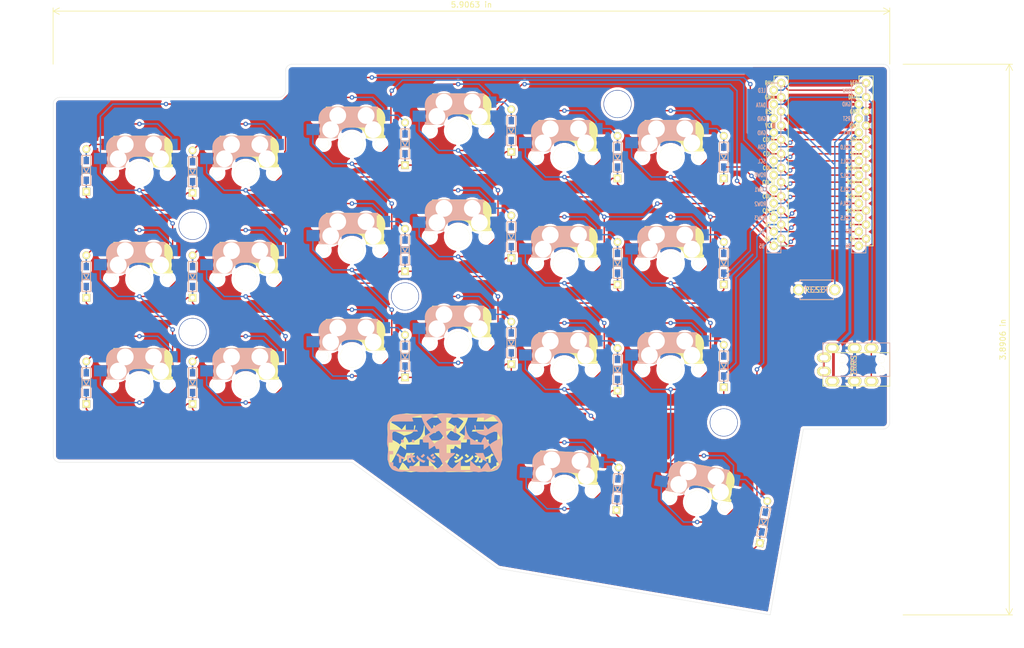
<source format=kicad_pcb>
(kicad_pcb (version 20171130) (host pcbnew "(5.1.0)-1")
  (layers (0 F.Cu signal) (31 B.Cu signal) (34 B.Paste user) (35 F.Paste user) (36 B.SilkS user) (37 F.SilkS user) (38 B.Mask user) (39 F.Mask user) (44 Edge.Cuts user))
  (net 0 "")
  (net 1 "Net-(D1-Pad2)")
  (net 2 row0)
  (net 3 "Net-(D2-Pad2)")
  (net 4 row1)
  (net 5 "Net-(D3-Pad2)")
  (net 6 row2)
  (net 7 "Net-(D4-Pad2)")
  (net 8 "Net-(D5-Pad2)")
  (net 9 "Net-(D6-Pad2)")
  (net 10 "Net-(D7-Pad2)")
  (net 11 "Net-(D8-Pad2)")
  (net 12 "Net-(D9-Pad2)")
  (net 13 "Net-(D10-Pad2)")
  (net 14 "Net-(D11-Pad2)")
  (net 15 "Net-(D12-Pad2)")
  (net 16 "Net-(D13-Pad2)")
  (net 17 "Net-(D14-Pad2)")
  (net 18 "Net-(D15-Pad2)")
  (net 19 "Net-(D16-Pad2)")
  (net 20 row3)
  (net 21 "Net-(D17-Pad2)")
  (net 22 "Net-(D18-Pad2)")
  (net 23 "Net-(D19-Pad2)")
  (net 24 "Net-(D20-Pad2)")
  (net 25 VCC)
  (net 26 "Net-(J1-PadA)")
  (net 27 data)
  (net 28 GND)
  (net 29 col0)
  (net 30 col1)
  (net 31 col2)
  (net 32 col3)
  (net 33 col4)
  (net 34 col5)
  (net 35 reset)
  (net 36 "Net-(U1-Pad24)")
  (net 37 "Net-(U1-Pad17)")
  (net 38 "Net-(U1-Pad9)")
  (net 39 "Net-(U1-Pad8)")
  (net 40 "Net-(U1-Pad7)")
  (net 41 "Net-(U1-Pad6)")
  (net 42 "Net-(U1-Pad5)")
  (net 43 "Net-(U1-Pad1)")
  (module emptystring:shinkaiLogo (layer B.Cu) (at 150.01938 142.8756 180)
    (fp_text reference G*** hide)
    (fp_text value LOGO hide)
  )
  (module emptystring:shinkaiLogo (layer F.Cu) (at 150.01938 142.8756)
    (fp_text reference G*** hide)
    (fp_text value LOGO hide)
  )
  (module kbd:HOLE (layer F.Cu) (at 104.77544 121.875)
    (fp_text reference Ref**)
    (fp_text value Val**)
    (pad "" np_thru_hole circle (at 0 0) (size 5 5) (drill 4.8) (layers *.Cu *.Mask))
  )
  (module kbd:HOLE (layer F.Cu) (at 142.8756 115.49111)
    (fp_text reference Ref**)
    (fp_text value Val**)
    (pad "" np_thru_hole circle (at 0 0) (size 5 5) (drill 4.8) (layers *.Cu *.Mask))
  )
  (module kbd:HOLE (layer F.Cu) (at 104.77544 102.825)
    (fp_text reference Ref**)
    (fp_text value Val**)
    (pad "" np_thru_hole circle (at 0 0) (size 5 5) (drill 4.8) (layers *.Cu *.Mask))
  )
  (module kbd:HOLE (layer F.Cu) (at 200.02584 138.11308)
    (fp_text reference Ref**)
    (fp_text value Val**)
    (pad "" np_thru_hole circle (at 0 0) (size 5 5) (drill 4.8) (layers *.Cu *.Mask))
  )
  (module kbd:HOLE (layer F.Cu) (at 180.97576 80.96284)
    (fp_text reference Ref**)
    (fp_text value Val**)
    (pad "" np_thru_hole circle (at 0 0) (size 5 5) (drill 4.8) (layers *.Cu *.Mask))
  )
  (module kbd:CherryMX_Hotswap (layer F.Cu) (at 195.2625 152.4 350)
    (fp_text reference SW20 hide)
    (fp_text value SW_PUSH hide)
    (pad 2 smd rect (at 5.7 -5.12 170) (size 2.3 2) (layers B.Cu B.Paste B.Mask) (net 24 "Net-(D20-Pad2)"))
    (pad "" np_thru_hole circle (at -5.08 0 350) (size 1.9 1.9) (drill 1.9) (layers *.Cu *.Mask F.SilkS))
    (pad "" np_thru_hole circle (at 5.08 0 350) (size 1.9 1.9) (drill 1.9) (layers *.Cu *.Mask F.SilkS))
    (pad "" np_thru_hole circle (at 0 0 80) (size 4.1 4.1) (drill 4.1) (layers *.Cu *.Mask F.SilkS))
    (pad "" np_thru_hole circle (at 2.54 -5.08 170) (size 3 3) (drill 3) (layers *.Cu *.Mask))
    (pad "" np_thru_hole circle (at 3.81 -2.540001 170) (size 3 3) (drill 3) (layers *.Cu *.Mask))
    (pad "" np_thru_hole circle (at -2.54 -5.08 170) (size 3 3) (drill 3) (layers *.Cu *.Mask))
    (pad "" np_thru_hole circle (at -3.81 -2.54 170) (size 3 3) (drill 3) (layers *.Cu *.Mask))
    (pad 2 smd rect (at -5.7 -5.12 170) (size 2.3 2) (layers F.Cu F.Paste F.Mask) (net 24 "Net-(D20-Pad2)"))
    (pad 1 smd rect (at 7 -2.58 170) (size 2.3 2) (layers F.Cu F.Paste F.Mask) (net 34 col5))
    (pad 1 smd rect (at -7 -2.58 170) (size 2.3 2) (layers B.Cu B.Paste B.Mask) (net 34 col5))
  )
  (module kbd:D3_TH_SMD (layer F.Cu) (at 85.72536 92.86914 90)
    (fp_text reference D1 hide)
    (fp_text value 1N4148 hide)
    (pad 2 smd rect (at 1.775 0 90) (size 1.3 0.95) (layers F.Cu F.Paste F.Mask) (net 1 "Net-(D1-Pad2)"))
    (pad 2 thru_hole circle (at 3.81 0 90) (size 1.397 1.397) (drill 0.8128) (layers *.Cu *.Mask F.SilkS) (net 1 "Net-(D1-Pad2)"))
    (pad 1 thru_hole rect (at -3.81 0 90) (size 1.397 1.397) (drill 0.8128) (layers *.Cu *.Mask F.SilkS) (net 2 row0))
    (pad 1 smd rect (at -1.775 0 90) (size 1.3 0.95) (layers B.Cu B.Paste B.Mask) (net 2 row0))
    (pad 2 smd rect (at 1.775 0 90) (size 1.3 0.95) (layers B.Cu B.Paste B.Mask) (net 1 "Net-(D1-Pad2)"))
    (pad 1 smd rect (at -1.775 0 90) (size 1.3 0.95) (layers F.Cu F.Paste F.Mask) (net 2 row0))
  )
  (module kbd:D3_TH_SMD (layer F.Cu) (at 85.72536 111.91922 90)
    (fp_text reference D2 hide)
    (fp_text value 1N4148 hide)
    (pad 2 smd rect (at 1.775 0 90) (size 1.3 0.95) (layers F.Cu F.Paste F.Mask) (net 3 "Net-(D2-Pad2)"))
    (pad 2 thru_hole circle (at 3.81 0 90) (size 1.397 1.397) (drill 0.8128) (layers *.Cu *.Mask F.SilkS) (net 3 "Net-(D2-Pad2)"))
    (pad 1 thru_hole rect (at -3.81 0 90) (size 1.397 1.397) (drill 0.8128) (layers *.Cu *.Mask F.SilkS) (net 4 row1))
    (pad 1 smd rect (at -1.775 0 90) (size 1.3 0.95) (layers B.Cu B.Paste B.Mask) (net 4 row1))
    (pad 2 smd rect (at 1.775 0 90) (size 1.3 0.95) (layers B.Cu B.Paste B.Mask) (net 3 "Net-(D2-Pad2)"))
    (pad 1 smd rect (at -1.775 0 90) (size 1.3 0.95) (layers F.Cu F.Paste F.Mask) (net 4 row1))
  )
  (module kbd:D3_TH_SMD (layer F.Cu) (at 85.72536 130.9693 90)
    (fp_text reference D3 hide)
    (fp_text value 1N4148 hide)
    (pad 2 smd rect (at 1.775 0 90) (size 1.3 0.95) (layers F.Cu F.Paste F.Mask) (net 5 "Net-(D3-Pad2)"))
    (pad 2 thru_hole circle (at 3.81 0 90) (size 1.397 1.397) (drill 0.8128) (layers *.Cu *.Mask F.SilkS) (net 5 "Net-(D3-Pad2)"))
    (pad 1 thru_hole rect (at -3.81 0 90) (size 1.397 1.397) (drill 0.8128) (layers *.Cu *.Mask F.SilkS) (net 6 row2))
    (pad 1 smd rect (at -1.775 0 90) (size 1.3 0.95) (layers B.Cu B.Paste B.Mask) (net 6 row2))
    (pad 2 smd rect (at 1.775 0 90) (size 1.3 0.95) (layers B.Cu B.Paste B.Mask) (net 5 "Net-(D3-Pad2)"))
    (pad 1 smd rect (at -1.775 0 90) (size 1.3 0.95) (layers F.Cu F.Paste F.Mask) (net 6 row2))
  )
  (module kbd:D3_TH_SMD (layer F.Cu) (at 104.77544 93.10725 90)
    (fp_text reference D4 hide)
    (fp_text value 1N4148 hide)
    (pad 2 smd rect (at 1.775 0 90) (size 1.3 0.95) (layers F.Cu F.Paste F.Mask) (net 7 "Net-(D4-Pad2)"))
    (pad 2 thru_hole circle (at 3.81 0 90) (size 1.397 1.397) (drill 0.8128) (layers *.Cu *.Mask F.SilkS) (net 7 "Net-(D4-Pad2)"))
    (pad 1 thru_hole rect (at -3.81 0 90) (size 1.397 1.397) (drill 0.8128) (layers *.Cu *.Mask F.SilkS) (net 2 row0))
    (pad 1 smd rect (at -1.775 0 90) (size 1.3 0.95) (layers B.Cu B.Paste B.Mask) (net 2 row0))
    (pad 2 smd rect (at 1.775 0 90) (size 1.3 0.95) (layers B.Cu B.Paste B.Mask) (net 7 "Net-(D4-Pad2)"))
    (pad 1 smd rect (at -1.775 0 90) (size 1.3 0.95) (layers F.Cu F.Paste F.Mask) (net 2 row0))
  )
  (module kbd:D3_TH_SMD (layer F.Cu) (at 104.77544 111.91922 90)
    (fp_text reference D5 hide)
    (fp_text value 1N4148 hide)
    (pad 1 smd rect (at -1.775 0 90) (size 1.3 0.95) (layers F.Cu F.Paste F.Mask) (net 4 row1))
    (pad 2 smd rect (at 1.775 0 90) (size 1.3 0.95) (layers B.Cu B.Paste B.Mask) (net 8 "Net-(D5-Pad2)"))
    (pad 1 smd rect (at -1.775 0 90) (size 1.3 0.95) (layers B.Cu B.Paste B.Mask) (net 4 row1))
    (pad 1 thru_hole rect (at -3.81 0 90) (size 1.397 1.397) (drill 0.8128) (layers *.Cu *.Mask F.SilkS) (net 4 row1))
    (pad 2 thru_hole circle (at 3.81 0 90) (size 1.397 1.397) (drill 0.8128) (layers *.Cu *.Mask F.SilkS) (net 8 "Net-(D5-Pad2)"))
    (pad 2 smd rect (at 1.775 0 90) (size 1.3 0.95) (layers F.Cu F.Paste F.Mask) (net 8 "Net-(D5-Pad2)"))
  )
  (module kbd:D3_TH_SMD (layer F.Cu) (at 104.77544 130.9693 90)
    (fp_text reference D6 hide)
    (fp_text value 1N4148 hide)
    (pad 1 smd rect (at -1.775 0 90) (size 1.3 0.95) (layers F.Cu F.Paste F.Mask) (net 6 row2))
    (pad 2 smd rect (at 1.775 0 90) (size 1.3 0.95) (layers B.Cu B.Paste B.Mask) (net 9 "Net-(D6-Pad2)"))
    (pad 1 smd rect (at -1.775 0 90) (size 1.3 0.95) (layers B.Cu B.Paste B.Mask) (net 6 row2))
    (pad 1 thru_hole rect (at -3.81 0 90) (size 1.397 1.397) (drill 0.8128) (layers *.Cu *.Mask F.SilkS) (net 6 row2))
    (pad 2 thru_hole circle (at 3.81 0 90) (size 1.397 1.397) (drill 0.8128) (layers *.Cu *.Mask F.SilkS) (net 9 "Net-(D6-Pad2)"))
    (pad 2 smd rect (at 1.775 0 90) (size 1.3 0.95) (layers F.Cu F.Paste F.Mask) (net 9 "Net-(D6-Pad2)"))
  )
  (module kbd:D3_TH_SMD (layer F.Cu) (at 142.8756 88.10662 90)
    (fp_text reference D7 hide)
    (fp_text value 1N4148 hide)
    (pad 1 smd rect (at -1.775 0 90) (size 1.3 0.95) (layers F.Cu F.Paste F.Mask) (net 2 row0))
    (pad 2 smd rect (at 1.775 0 90) (size 1.3 0.95) (layers B.Cu B.Paste B.Mask) (net 10 "Net-(D7-Pad2)"))
    (pad 1 smd rect (at -1.775 0 90) (size 1.3 0.95) (layers B.Cu B.Paste B.Mask) (net 2 row0))
    (pad 1 thru_hole rect (at -3.81 0 90) (size 1.397 1.397) (drill 0.8128) (layers *.Cu *.Mask F.SilkS) (net 2 row0))
    (pad 2 thru_hole circle (at 3.81 0 90) (size 1.397 1.397) (drill 0.8128) (layers *.Cu *.Mask F.SilkS) (net 10 "Net-(D7-Pad2)"))
    (pad 2 smd rect (at 1.775 0 90) (size 1.3 0.95) (layers F.Cu F.Paste F.Mask) (net 10 "Net-(D7-Pad2)"))
  )
  (module kbd:D3_TH_SMD (layer F.Cu) (at 142.8756 107.1567 90)
    (fp_text reference D8 hide)
    (fp_text value 1N4148 hide)
    (pad 2 smd rect (at 1.775 0 90) (size 1.3 0.95) (layers F.Cu F.Paste F.Mask) (net 11 "Net-(D8-Pad2)"))
    (pad 2 thru_hole circle (at 3.81 0 90) (size 1.397 1.397) (drill 0.8128) (layers *.Cu *.Mask F.SilkS) (net 11 "Net-(D8-Pad2)"))
    (pad 1 thru_hole rect (at -3.81 0 90) (size 1.397 1.397) (drill 0.8128) (layers *.Cu *.Mask F.SilkS) (net 4 row1))
    (pad 1 smd rect (at -1.775 0 90) (size 1.3 0.95) (layers B.Cu B.Paste B.Mask) (net 4 row1))
    (pad 2 smd rect (at 1.775 0 90) (size 1.3 0.95) (layers B.Cu B.Paste B.Mask) (net 11 "Net-(D8-Pad2)"))
    (pad 1 smd rect (at -1.775 0 90) (size 1.3 0.95) (layers F.Cu F.Paste F.Mask) (net 4 row1))
  )
  (module kbd:D3_TH_SMD (layer F.Cu) (at 142.8756 126.20678 90)
    (fp_text reference D9 hide)
    (fp_text value 1N4148 hide)
    (pad 2 smd rect (at 1.775 0 90) (size 1.3 0.95) (layers F.Cu F.Paste F.Mask) (net 12 "Net-(D9-Pad2)"))
    (pad 2 thru_hole circle (at 3.81 0 90) (size 1.397 1.397) (drill 0.8128) (layers *.Cu *.Mask F.SilkS) (net 12 "Net-(D9-Pad2)"))
    (pad 1 thru_hole rect (at -3.81 0 90) (size 1.397 1.397) (drill 0.8128) (layers *.Cu *.Mask F.SilkS) (net 6 row2))
    (pad 1 smd rect (at -1.775 0 90) (size 1.3 0.95) (layers B.Cu B.Paste B.Mask) (net 6 row2))
    (pad 2 smd rect (at 1.775 0 90) (size 1.3 0.95) (layers B.Cu B.Paste B.Mask) (net 12 "Net-(D9-Pad2)"))
    (pad 1 smd rect (at -1.775 0 90) (size 1.3 0.95) (layers F.Cu F.Paste F.Mask) (net 6 row2))
  )
  (module kbd:D3_TH_SMD (layer F.Cu) (at 161.92568 85.72536 90)
    (fp_text reference D10 hide)
    (fp_text value 1N4148 hide)
    (pad 1 smd rect (at -1.775 0 90) (size 1.3 0.95) (layers F.Cu F.Paste F.Mask) (net 2 row0))
    (pad 2 smd rect (at 1.775 0 90) (size 1.3 0.95) (layers B.Cu B.Paste B.Mask) (net 13 "Net-(D10-Pad2)"))
    (pad 1 smd rect (at -1.775 0 90) (size 1.3 0.95) (layers B.Cu B.Paste B.Mask) (net 2 row0))
    (pad 1 thru_hole rect (at -3.81 0 90) (size 1.397 1.397) (drill 0.8128) (layers *.Cu *.Mask F.SilkS) (net 2 row0))
    (pad 2 thru_hole circle (at 3.81 0 90) (size 1.397 1.397) (drill 0.8128) (layers *.Cu *.Mask F.SilkS) (net 13 "Net-(D10-Pad2)"))
    (pad 2 smd rect (at 1.775 0 90) (size 1.3 0.95) (layers F.Cu F.Paste F.Mask) (net 13 "Net-(D10-Pad2)"))
  )
  (module kbd:D3_TH_SMD (layer F.Cu) (at 161.92568 104.77544 90)
    (fp_text reference D11 hide)
    (fp_text value 1N4148 hide)
    (pad 1 smd rect (at -1.775 0 90) (size 1.3 0.95) (layers F.Cu F.Paste F.Mask) (net 4 row1))
    (pad 2 smd rect (at 1.775 0 90) (size 1.3 0.95) (layers B.Cu B.Paste B.Mask) (net 14 "Net-(D11-Pad2)"))
    (pad 1 smd rect (at -1.775 0 90) (size 1.3 0.95) (layers B.Cu B.Paste B.Mask) (net 4 row1))
    (pad 1 thru_hole rect (at -3.81 0 90) (size 1.397 1.397) (drill 0.8128) (layers *.Cu *.Mask F.SilkS) (net 4 row1))
    (pad 2 thru_hole circle (at 3.81 0 90) (size 1.397 1.397) (drill 0.8128) (layers *.Cu *.Mask F.SilkS) (net 14 "Net-(D11-Pad2)"))
    (pad 2 smd rect (at 1.775 0 90) (size 1.3 0.95) (layers F.Cu F.Paste F.Mask) (net 14 "Net-(D11-Pad2)"))
  )
  (module kbd:D3_TH_SMD (layer F.Cu) (at 161.92568 123.82552 90)
    (fp_text reference D12 hide)
    (fp_text value 1N4148 hide)
    (pad 1 smd rect (at -1.775 0 90) (size 1.3 0.95) (layers F.Cu F.Paste F.Mask) (net 6 row2))
    (pad 2 smd rect (at 1.775 0 90) (size 1.3 0.95) (layers B.Cu B.Paste B.Mask) (net 15 "Net-(D12-Pad2)"))
    (pad 1 smd rect (at -1.775 0 90) (size 1.3 0.95) (layers B.Cu B.Paste B.Mask) (net 6 row2))
    (pad 1 thru_hole rect (at -3.81 0 90) (size 1.397 1.397) (drill 0.8128) (layers *.Cu *.Mask F.SilkS) (net 6 row2))
    (pad 2 thru_hole circle (at 3.81 0 90) (size 1.397 1.397) (drill 0.8128) (layers *.Cu *.Mask F.SilkS) (net 15 "Net-(D12-Pad2)"))
    (pad 2 smd rect (at 1.775 0 90) (size 1.3 0.95) (layers F.Cu F.Paste F.Mask) (net 15 "Net-(D12-Pad2)"))
  )
  (module kbd:D3_TH_SMD (layer F.Cu) (at 180.97576 90.48788 90)
    (fp_text reference D13 hide)
    (fp_text value 1N4148 hide)
    (pad 2 smd rect (at 1.775 0 90) (size 1.3 0.95) (layers F.Cu F.Paste F.Mask) (net 16 "Net-(D13-Pad2)"))
    (pad 2 thru_hole circle (at 3.81 0 90) (size 1.397 1.397) (drill 0.8128) (layers *.Cu *.Mask F.SilkS) (net 16 "Net-(D13-Pad2)"))
    (pad 1 thru_hole rect (at -3.81 0 90) (size 1.397 1.397) (drill 0.8128) (layers *.Cu *.Mask F.SilkS) (net 2 row0))
    (pad 1 smd rect (at -1.775 0 90) (size 1.3 0.95) (layers B.Cu B.Paste B.Mask) (net 2 row0))
    (pad 2 smd rect (at 1.775 0 90) (size 1.3 0.95) (layers B.Cu B.Paste B.Mask) (net 16 "Net-(D13-Pad2)"))
    (pad 1 smd rect (at -1.775 0 90) (size 1.3 0.95) (layers F.Cu F.Paste F.Mask) (net 2 row0))
  )
  (module kbd:D3_TH_SMD (layer F.Cu) (at 180.97576 109.53796 90)
    (fp_text reference D14 hide)
    (fp_text value 1N4148 hide)
    (pad 2 smd rect (at 1.775 0 90) (size 1.3 0.95) (layers F.Cu F.Paste F.Mask) (net 17 "Net-(D14-Pad2)"))
    (pad 2 thru_hole circle (at 3.81 0 90) (size 1.397 1.397) (drill 0.8128) (layers *.Cu *.Mask F.SilkS) (net 17 "Net-(D14-Pad2)"))
    (pad 1 thru_hole rect (at -3.81 0 90) (size 1.397 1.397) (drill 0.8128) (layers *.Cu *.Mask F.SilkS) (net 4 row1))
    (pad 1 smd rect (at -1.775 0 90) (size 1.3 0.95) (layers B.Cu B.Paste B.Mask) (net 4 row1))
    (pad 2 smd rect (at 1.775 0 90) (size 1.3 0.95) (layers B.Cu B.Paste B.Mask) (net 17 "Net-(D14-Pad2)"))
    (pad 1 smd rect (at -1.775 0 90) (size 1.3 0.95) (layers F.Cu F.Paste F.Mask) (net 4 row1))
  )
  (module kbd:D3_TH_SMD (layer F.Cu) (at 180.97576 128.58804 90)
    (fp_text reference D15 hide)
    (fp_text value 1N4148 hide)
    (pad 2 smd rect (at 1.775 0 90) (size 1.3 0.95) (layers F.Cu F.Paste F.Mask) (net 18 "Net-(D15-Pad2)"))
    (pad 2 thru_hole circle (at 3.81 0 90) (size 1.397 1.397) (drill 0.8128) (layers *.Cu *.Mask F.SilkS) (net 18 "Net-(D15-Pad2)"))
    (pad 1 thru_hole rect (at -3.81 0 90) (size 1.397 1.397) (drill 0.8128) (layers *.Cu *.Mask F.SilkS) (net 6 row2))
    (pad 1 smd rect (at -1.775 0 90) (size 1.3 0.95) (layers B.Cu B.Paste B.Mask) (net 6 row2))
    (pad 2 smd rect (at 1.775 0 90) (size 1.3 0.95) (layers B.Cu B.Paste B.Mask) (net 18 "Net-(D15-Pad2)"))
    (pad 1 smd rect (at -1.775 0 90) (size 1.3 0.95) (layers F.Cu F.Paste F.Mask) (net 6 row2))
  )
  (module kbd:D3_TH_SMD (layer F.Cu) (at 180.97576 150.01938 87)
    (fp_text reference D16 hide)
    (fp_text value 1N4148 hide)
    (pad 2 smd rect (at 1.775 0 87) (size 1.3 0.95) (layers F.Cu F.Paste F.Mask) (net 19 "Net-(D16-Pad2)"))
    (pad 2 thru_hole circle (at 3.81 0 87) (size 1.397 1.397) (drill 0.8128) (layers *.Cu *.Mask F.SilkS) (net 19 "Net-(D16-Pad2)"))
    (pad 1 thru_hole rect (at -3.81 0 87) (size 1.397 1.397) (drill 0.8128) (layers *.Cu *.Mask F.SilkS) (net 20 row3))
    (pad 1 smd rect (at -1.775 0 87) (size 1.3 0.95) (layers B.Cu B.Paste B.Mask) (net 20 row3))
    (pad 2 smd rect (at 1.775 0 87) (size 1.3 0.95) (layers B.Cu B.Paste B.Mask) (net 19 "Net-(D16-Pad2)"))
    (pad 1 smd rect (at -1.775 0 87) (size 1.3 0.95) (layers F.Cu F.Paste F.Mask) (net 20 row3))
  )
  (module kbd:D3_TH_SMD (layer F.Cu) (at 200.02584 90.48788 90)
    (fp_text reference D17 hide)
    (fp_text value 1N4148 hide)
    (pad 1 smd rect (at -1.775 0 90) (size 1.3 0.95) (layers F.Cu F.Paste F.Mask) (net 2 row0))
    (pad 2 smd rect (at 1.775 0 90) (size 1.3 0.95) (layers B.Cu B.Paste B.Mask) (net 21 "Net-(D17-Pad2)"))
    (pad 1 smd rect (at -1.775 0 90) (size 1.3 0.95) (layers B.Cu B.Paste B.Mask) (net 2 row0))
    (pad 1 thru_hole rect (at -3.81 0 90) (size 1.397 1.397) (drill 0.8128) (layers *.Cu *.Mask F.SilkS) (net 2 row0))
    (pad 2 thru_hole circle (at 3.81 0 90) (size 1.397 1.397) (drill 0.8128) (layers *.Cu *.Mask F.SilkS) (net 21 "Net-(D17-Pad2)"))
    (pad 2 smd rect (at 1.775 0 90) (size 1.3 0.95) (layers F.Cu F.Paste F.Mask) (net 21 "Net-(D17-Pad2)"))
  )
  (module kbd:D3_TH_SMD (layer F.Cu) (at 200.02584 109.53796 90)
    (fp_text reference D18 hide)
    (fp_text value 1N4148 hide)
    (pad 1 smd rect (at -1.775 0 90) (size 1.3 0.95) (layers F.Cu F.Paste F.Mask) (net 4 row1))
    (pad 2 smd rect (at 1.775 0 90) (size 1.3 0.95) (layers B.Cu B.Paste B.Mask) (net 22 "Net-(D18-Pad2)"))
    (pad 1 smd rect (at -1.775 0 90) (size 1.3 0.95) (layers B.Cu B.Paste B.Mask) (net 4 row1))
    (pad 1 thru_hole rect (at -3.81 0 90) (size 1.397 1.397) (drill 0.8128) (layers *.Cu *.Mask F.SilkS) (net 4 row1))
    (pad 2 thru_hole circle (at 3.81 0 90) (size 1.397 1.397) (drill 0.8128) (layers *.Cu *.Mask F.SilkS) (net 22 "Net-(D18-Pad2)"))
    (pad 2 smd rect (at 1.775 0 90) (size 1.3 0.95) (layers F.Cu F.Paste F.Mask) (net 22 "Net-(D18-Pad2)"))
  )
  (module kbd:D3_TH_SMD (layer F.Cu) (at 200.02584 127.98178 90)
    (fp_text reference D19 hide)
    (fp_text value 1N4148 hide)
    (pad 1 smd rect (at -1.775 0 90) (size 1.3 0.95) (layers F.Cu F.Paste F.Mask) (net 6 row2))
    (pad 2 smd rect (at 1.775 0 90) (size 1.3 0.95) (layers B.Cu B.Paste B.Mask) (net 23 "Net-(D19-Pad2)"))
    (pad 1 smd rect (at -1.775 0 90) (size 1.3 0.95) (layers B.Cu B.Paste B.Mask) (net 6 row2))
    (pad 1 thru_hole rect (at -3.81 0 90) (size 1.397 1.397) (drill 0.8128) (layers *.Cu *.Mask F.SilkS) (net 6 row2))
    (pad 2 thru_hole circle (at 3.81 0 90) (size 1.397 1.397) (drill 0.8128) (layers *.Cu *.Mask F.SilkS) (net 23 "Net-(D19-Pad2)"))
    (pad 2 smd rect (at 1.775 0 90) (size 1.3 0.95) (layers F.Cu F.Paste F.Mask) (net 23 "Net-(D19-Pad2)"))
  )
  (module kbd:D3_TH_SMD (layer F.Cu) (at 207.16962 155.97253 80)
    (fp_text reference D20 hide)
    (fp_text value 1N4148 hide)
    (pad 1 smd rect (at -1.775 0 80) (size 1.3 0.95) (layers F.Cu F.Paste F.Mask) (net 20 row3))
    (pad 2 smd rect (at 1.775 0 80) (size 1.3 0.95) (layers B.Cu B.Paste B.Mask) (net 24 "Net-(D20-Pad2)"))
    (pad 1 smd rect (at -1.775 0 80) (size 1.3 0.95) (layers B.Cu B.Paste B.Mask) (net 20 row3))
    (pad 1 thru_hole rect (at -3.81 0 80) (size 1.397 1.397) (drill 0.8128) (layers *.Cu *.Mask F.SilkS) (net 20 row3))
    (pad 2 thru_hole circle (at 3.81 0 80) (size 1.397 1.397) (drill 0.8128) (layers *.Cu *.Mask F.SilkS) (net 24 "Net-(D20-Pad2)"))
    (pad 2 smd rect (at 1.775 0 80) (size 1.3 0.95) (layers F.Cu F.Paste F.Mask) (net 24 "Net-(D20-Pad2)"))
  )
  (module kbd:MJ-4PP-9 (layer F.Cu) (at 229.79159 128.58804 270)
    (fp_text reference J1)
    (fp_text value MJ-4PP-9 hide)
    (fp_text user TRRS (at -0.8255 6.4135 270) (layer B.SilkS) (effects (justify mirror)))
    (fp_text user TRRS (at -0.75 6.45 270) (layer F.SilkS))
    (pad "" np_thru_hole circle (at -1.75 8.5 270) (size 1.2 1.2) (drill 1.2) (layers *.Cu *.Mask F.SilkS))
    (pad "" np_thru_hole circle (at -1.75 1.5 270) (size 1.2 1.2) (drill 1.2) (layers *.Cu *.Mask F.SilkS))
    (pad D thru_hole oval (at -3.85 10.3 270) (size 1.7 2.5) (drill oval 1 1.5) (layers *.Cu *.Mask F.SilkS) (net 25 VCC) (clearance 0.15))
    (pad A thru_hole oval (at 0.35 11.8 270) (size 1.7 2.5) (drill oval 1 1.5) (layers *.Cu *.Mask F.SilkS) (net 26 "Net-(J1-PadA)") (clearance 0.15))
    (pad B thru_hole oval (at -3.85 3.3 270) (size 1.7 2.5) (drill oval 1 1.5) (layers *.Cu *.Mask F.SilkS) (net 27 data))
    (pad C thru_hole oval (at -3.85 6.3 270) (size 1.7 2.5) (drill oval 1 1.5) (layers *.Cu *.Mask F.SilkS) (net 28 GND))
    (pad "" np_thru_hole circle (at 0 1.5 270) (size 1.2 1.2) (drill 1.2) (layers *.Cu *.Mask F.SilkS))
    (pad "" np_thru_hole circle (at 0 8.5 270) (size 1.2 1.2) (drill 1.2) (layers *.Cu *.Mask F.SilkS))
    (pad B thru_hole oval (at 2.1 3.3 270) (size 1.7 2.5) (drill oval 1 1.5) (layers *.Cu *.Mask F.SilkS) (net 27 data))
    (pad C thru_hole oval (at 2.1 6.3 270) (size 1.7 2.5) (drill oval 1 1.5) (layers *.Cu *.Mask F.SilkS) (net 28 GND))
    (pad D thru_hole oval (at 2.1 10.3 270) (size 1.7 2.5) (drill oval 1 1.5) (layers *.Cu *.Mask F.SilkS) (net 25 VCC) (clearance 0.15))
    (pad A thru_hole oval (at -2.1 11.8 270) (size 1.7 2.5) (drill oval 1 1.5) (layers *.Cu *.Mask F.SilkS) (net 26 "Net-(J1-PadA)") (clearance 0.15))
  )
  (module kbd:CherryMX_Hotswap (layer F.Cu) (at 95.25 93.325)
    (fp_text reference SW1 hide)
    (fp_text value SW_PUSH hide)
    (pad 2 smd rect (at 5.7 -5.12 180) (size 2.3 2) (layers B.Cu B.Paste B.Mask) (net 1 "Net-(D1-Pad2)"))
    (pad "" np_thru_hole circle (at -5.08 0) (size 1.9 1.9) (drill 1.9) (layers *.Cu *.Mask F.SilkS))
    (pad "" np_thru_hole circle (at 5.08 0) (size 1.9 1.9) (drill 1.9) (layers *.Cu *.Mask F.SilkS))
    (pad "" np_thru_hole circle (at 0 0 90) (size 4.1 4.1) (drill 4.1) (layers *.Cu *.Mask F.SilkS))
    (pad "" np_thru_hole circle (at 2.54 -5.08 180) (size 3 3) (drill 3) (layers *.Cu *.Mask))
    (pad "" np_thru_hole circle (at 3.81 -2.540001 180) (size 3 3) (drill 3) (layers *.Cu *.Mask))
    (pad "" np_thru_hole circle (at -2.54 -5.08 180) (size 3 3) (drill 3) (layers *.Cu *.Mask))
    (pad "" np_thru_hole circle (at -3.81 -2.54 180) (size 3 3) (drill 3) (layers *.Cu *.Mask))
    (pad 2 smd rect (at -5.7 -5.12 180) (size 2.3 2) (layers F.Cu F.Paste F.Mask) (net 1 "Net-(D1-Pad2)"))
    (pad 1 smd rect (at 7 -2.58 180) (size 2.3 2) (layers F.Cu F.Paste F.Mask) (net 29 col0))
    (pad 1 smd rect (at -7 -2.58 180) (size 2.3 2) (layers B.Cu B.Paste B.Mask) (net 29 col0))
  )
  (module kbd:CherryMX_Hotswap (layer F.Cu) (at 95.25 112.375)
    (fp_text reference SW2 hide)
    (fp_text value SW_PUSH hide)
    (pad 1 smd rect (at -7 -2.58 180) (size 2.3 2) (layers B.Cu B.Paste B.Mask) (net 29 col0))
    (pad 1 smd rect (at 7 -2.58 180) (size 2.3 2) (layers F.Cu F.Paste F.Mask) (net 29 col0))
    (pad 2 smd rect (at -5.7 -5.12 180) (size 2.3 2) (layers F.Cu F.Paste F.Mask) (net 3 "Net-(D2-Pad2)"))
    (pad "" np_thru_hole circle (at -3.81 -2.54 180) (size 3 3) (drill 3) (layers *.Cu *.Mask))
    (pad "" np_thru_hole circle (at -2.54 -5.08 180) (size 3 3) (drill 3) (layers *.Cu *.Mask))
    (pad "" np_thru_hole circle (at 3.81 -2.540001 180) (size 3 3) (drill 3) (layers *.Cu *.Mask))
    (pad "" np_thru_hole circle (at 2.54 -5.08 180) (size 3 3) (drill 3) (layers *.Cu *.Mask))
    (pad "" np_thru_hole circle (at 0 0 90) (size 4.1 4.1) (drill 4.1) (layers *.Cu *.Mask F.SilkS))
    (pad "" np_thru_hole circle (at 5.08 0) (size 1.9 1.9) (drill 1.9) (layers *.Cu *.Mask F.SilkS))
    (pad "" np_thru_hole circle (at -5.08 0) (size 1.9 1.9) (drill 1.9) (layers *.Cu *.Mask F.SilkS))
    (pad 2 smd rect (at 5.7 -5.12 180) (size 2.3 2) (layers B.Cu B.Paste B.Mask) (net 3 "Net-(D2-Pad2)"))
  )
  (module kbd:CherryMX_Hotswap (layer F.Cu) (at 95.25 131.425)
    (fp_text reference SW3 hide)
    (fp_text value SW_PUSH hide)
    (pad 2 smd rect (at 5.7 -5.12 180) (size 2.3 2) (layers B.Cu B.Paste B.Mask) (net 5 "Net-(D3-Pad2)"))
    (pad "" np_thru_hole circle (at -5.08 0) (size 1.9 1.9) (drill 1.9) (layers *.Cu *.Mask F.SilkS))
    (pad "" np_thru_hole circle (at 5.08 0) (size 1.9 1.9) (drill 1.9) (layers *.Cu *.Mask F.SilkS))
    (pad "" np_thru_hole circle (at 0 0 90) (size 4.1 4.1) (drill 4.1) (layers *.Cu *.Mask F.SilkS))
    (pad "" np_thru_hole circle (at 2.54 -5.08 180) (size 3 3) (drill 3) (layers *.Cu *.Mask))
    (pad "" np_thru_hole circle (at 3.81 -2.540001 180) (size 3 3) (drill 3) (layers *.Cu *.Mask))
    (pad "" np_thru_hole circle (at -2.54 -5.08 180) (size 3 3) (drill 3) (layers *.Cu *.Mask))
    (pad "" np_thru_hole circle (at -3.81 -2.54 180) (size 3 3) (drill 3) (layers *.Cu *.Mask))
    (pad 2 smd rect (at -5.7 -5.12 180) (size 2.3 2) (layers F.Cu F.Paste F.Mask) (net 5 "Net-(D3-Pad2)"))
    (pad 1 smd rect (at 7 -2.58 180) (size 2.3 2) (layers F.Cu F.Paste F.Mask) (net 29 col0))
    (pad 1 smd rect (at -7 -2.58 180) (size 2.3 2) (layers B.Cu B.Paste B.Mask) (net 29 col0))
  )
  (module kbd:CherryMX_Hotswap (layer F.Cu) (at 114.3 93.325)
    (fp_text reference SW4 hide)
    (fp_text value SW_PUSH hide)
    (pad 2 smd rect (at 5.7 -5.12 180) (size 2.3 2) (layers B.Cu B.Paste B.Mask) (net 7 "Net-(D4-Pad2)"))
    (pad "" np_thru_hole circle (at -5.08 0) (size 1.9 1.9) (drill 1.9) (layers *.Cu *.Mask F.SilkS))
    (pad "" np_thru_hole circle (at 5.08 0) (size 1.9 1.9) (drill 1.9) (layers *.Cu *.Mask F.SilkS))
    (pad "" np_thru_hole circle (at 0 0 90) (size 4.1 4.1) (drill 4.1) (layers *.Cu *.Mask F.SilkS))
    (pad "" np_thru_hole circle (at 2.54 -5.08 180) (size 3 3) (drill 3) (layers *.Cu *.Mask))
    (pad "" np_thru_hole circle (at 3.81 -2.540001 180) (size 3 3) (drill 3) (layers *.Cu *.Mask))
    (pad "" np_thru_hole circle (at -2.54 -5.08 180) (size 3 3) (drill 3) (layers *.Cu *.Mask))
    (pad "" np_thru_hole circle (at -3.81 -2.54 180) (size 3 3) (drill 3) (layers *.Cu *.Mask))
    (pad 2 smd rect (at -5.7 -5.12 180) (size 2.3 2) (layers F.Cu F.Paste F.Mask) (net 7 "Net-(D4-Pad2)"))
    (pad 1 smd rect (at 7 -2.58 180) (size 2.3 2) (layers F.Cu F.Paste F.Mask) (net 30 col1))
    (pad 1 smd rect (at -7 -2.58 180) (size 2.3 2) (layers B.Cu B.Paste B.Mask) (net 30 col1))
  )
  (module kbd:CherryMX_Hotswap (layer F.Cu) (at 114.3 112.375)
    (fp_text reference SW5 hide)
    (fp_text value SW_PUSH hide)
    (pad 2 smd rect (at 5.7 -5.12 180) (size 2.3 2) (layers B.Cu B.Paste B.Mask) (net 8 "Net-(D5-Pad2)"))
    (pad "" np_thru_hole circle (at -5.08 0) (size 1.9 1.9) (drill 1.9) (layers *.Cu *.Mask F.SilkS))
    (pad "" np_thru_hole circle (at 5.08 0) (size 1.9 1.9) (drill 1.9) (layers *.Cu *.Mask F.SilkS))
    (pad "" np_thru_hole circle (at 0 0 90) (size 4.1 4.1) (drill 4.1) (layers *.Cu *.Mask F.SilkS))
    (pad "" np_thru_hole circle (at 2.54 -5.08 180) (size 3 3) (drill 3) (layers *.Cu *.Mask))
    (pad "" np_thru_hole circle (at 3.81 -2.540001 180) (size 3 3) (drill 3) (layers *.Cu *.Mask))
    (pad "" np_thru_hole circle (at -2.54 -5.08 180) (size 3 3) (drill 3) (layers *.Cu *.Mask))
    (pad "" np_thru_hole circle (at -3.81 -2.54 180) (size 3 3) (drill 3) (layers *.Cu *.Mask))
    (pad 2 smd rect (at -5.7 -5.12 180) (size 2.3 2) (layers F.Cu F.Paste F.Mask) (net 8 "Net-(D5-Pad2)"))
    (pad 1 smd rect (at 7 -2.58 180) (size 2.3 2) (layers F.Cu F.Paste F.Mask) (net 30 col1))
    (pad 1 smd rect (at -7 -2.58 180) (size 2.3 2) (layers B.Cu B.Paste B.Mask) (net 30 col1))
  )
  (module kbd:CherryMX_Hotswap (layer F.Cu) (at 114.3 131.425)
    (fp_text reference SW6 hide)
    (fp_text value SW_PUSH hide)
    (pad 1 smd rect (at -7 -2.58 180) (size 2.3 2) (layers B.Cu B.Paste B.Mask) (net 30 col1))
    (pad 1 smd rect (at 7 -2.58 180) (size 2.3 2) (layers F.Cu F.Paste F.Mask) (net 30 col1))
    (pad 2 smd rect (at -5.7 -5.12 180) (size 2.3 2) (layers F.Cu F.Paste F.Mask) (net 9 "Net-(D6-Pad2)"))
    (pad "" np_thru_hole circle (at -3.81 -2.54 180) (size 3 3) (drill 3) (layers *.Cu *.Mask))
    (pad "" np_thru_hole circle (at -2.54 -5.08 180) (size 3 3) (drill 3) (layers *.Cu *.Mask))
    (pad "" np_thru_hole circle (at 3.81 -2.540001 180) (size 3 3) (drill 3) (layers *.Cu *.Mask))
    (pad "" np_thru_hole circle (at 2.54 -5.08 180) (size 3 3) (drill 3) (layers *.Cu *.Mask))
    (pad "" np_thru_hole circle (at 0 0 90) (size 4.1 4.1) (drill 4.1) (layers *.Cu *.Mask F.SilkS))
    (pad "" np_thru_hole circle (at 5.08 0) (size 1.9 1.9) (drill 1.9) (layers *.Cu *.Mask F.SilkS))
    (pad "" np_thru_hole circle (at -5.08 0) (size 1.9 1.9) (drill 1.9) (layers *.Cu *.Mask F.SilkS))
    (pad 2 smd rect (at 5.7 -5.12 180) (size 2.3 2) (layers B.Cu B.Paste B.Mask) (net 9 "Net-(D6-Pad2)"))
  )
  (module kbd:CherryMX_Hotswap (layer F.Cu) (at 133.35 88.10625)
    (fp_text reference SW7 hide)
    (fp_text value SW_PUSH hide)
    (pad 1 smd rect (at -7 -2.58 180) (size 2.3 2) (layers B.Cu B.Paste B.Mask) (net 31 col2))
    (pad 1 smd rect (at 7 -2.58 180) (size 2.3 2) (layers F.Cu F.Paste F.Mask) (net 31 col2))
    (pad 2 smd rect (at -5.7 -5.12 180) (size 2.3 2) (layers F.Cu F.Paste F.Mask) (net 10 "Net-(D7-Pad2)"))
    (pad "" np_thru_hole circle (at -3.81 -2.54 180) (size 3 3) (drill 3) (layers *.Cu *.Mask))
    (pad "" np_thru_hole circle (at -2.54 -5.08 180) (size 3 3) (drill 3) (layers *.Cu *.Mask))
    (pad "" np_thru_hole circle (at 3.81 -2.540001 180) (size 3 3) (drill 3) (layers *.Cu *.Mask))
    (pad "" np_thru_hole circle (at 2.54 -5.08 180) (size 3 3) (drill 3) (layers *.Cu *.Mask))
    (pad "" np_thru_hole circle (at 0 0 90) (size 4.1 4.1) (drill 4.1) (layers *.Cu *.Mask F.SilkS))
    (pad "" np_thru_hole circle (at 5.08 0) (size 1.9 1.9) (drill 1.9) (layers *.Cu *.Mask F.SilkS))
    (pad "" np_thru_hole circle (at -5.08 0) (size 1.9 1.9) (drill 1.9) (layers *.Cu *.Mask F.SilkS))
    (pad 2 smd rect (at 5.7 -5.12 180) (size 2.3 2) (layers B.Cu B.Paste B.Mask) (net 10 "Net-(D7-Pad2)"))
  )
  (module kbd:CherryMX_Hotswap (layer F.Cu) (at 133.35 107.15625)
    (fp_text reference SW8 hide)
    (fp_text value SW_PUSH hide)
    (pad 1 smd rect (at -7 -2.58 180) (size 2.3 2) (layers B.Cu B.Paste B.Mask) (net 31 col2))
    (pad 1 smd rect (at 7 -2.58 180) (size 2.3 2) (layers F.Cu F.Paste F.Mask) (net 31 col2))
    (pad 2 smd rect (at -5.7 -5.12 180) (size 2.3 2) (layers F.Cu F.Paste F.Mask) (net 11 "Net-(D8-Pad2)"))
    (pad "" np_thru_hole circle (at -3.81 -2.54 180) (size 3 3) (drill 3) (layers *.Cu *.Mask))
    (pad "" np_thru_hole circle (at -2.54 -5.08 180) (size 3 3) (drill 3) (layers *.Cu *.Mask))
    (pad "" np_thru_hole circle (at 3.81 -2.540001 180) (size 3 3) (drill 3) (layers *.Cu *.Mask))
    (pad "" np_thru_hole circle (at 2.54 -5.08 180) (size 3 3) (drill 3) (layers *.Cu *.Mask))
    (pad "" np_thru_hole circle (at 0 0 90) (size 4.1 4.1) (drill 4.1) (layers *.Cu *.Mask F.SilkS))
    (pad "" np_thru_hole circle (at 5.08 0) (size 1.9 1.9) (drill 1.9) (layers *.Cu *.Mask F.SilkS))
    (pad "" np_thru_hole circle (at -5.08 0) (size 1.9 1.9) (drill 1.9) (layers *.Cu *.Mask F.SilkS))
    (pad 2 smd rect (at 5.7 -5.12 180) (size 2.3 2) (layers B.Cu B.Paste B.Mask) (net 11 "Net-(D8-Pad2)"))
  )
  (module kbd:CherryMX_Hotswap (layer F.Cu) (at 133.35 126.20625)
    (fp_text reference SW9 hide)
    (fp_text value SW_PUSH hide)
    (pad 2 smd rect (at 5.7 -5.12 180) (size 2.3 2) (layers B.Cu B.Paste B.Mask) (net 12 "Net-(D9-Pad2)"))
    (pad "" np_thru_hole circle (at -5.08 0) (size 1.9 1.9) (drill 1.9) (layers *.Cu *.Mask F.SilkS))
    (pad "" np_thru_hole circle (at 5.08 0) (size 1.9 1.9) (drill 1.9) (layers *.Cu *.Mask F.SilkS))
    (pad "" np_thru_hole circle (at 0 0 90) (size 4.1 4.1) (drill 4.1) (layers *.Cu *.Mask F.SilkS))
    (pad "" np_thru_hole circle (at 2.54 -5.08 180) (size 3 3) (drill 3) (layers *.Cu *.Mask))
    (pad "" np_thru_hole circle (at 3.81 -2.540001 180) (size 3 3) (drill 3) (layers *.Cu *.Mask))
    (pad "" np_thru_hole circle (at -2.54 -5.08 180) (size 3 3) (drill 3) (layers *.Cu *.Mask))
    (pad "" np_thru_hole circle (at -3.81 -2.54 180) (size 3 3) (drill 3) (layers *.Cu *.Mask))
    (pad 2 smd rect (at -5.7 -5.12 180) (size 2.3 2) (layers F.Cu F.Paste F.Mask) (net 12 "Net-(D9-Pad2)"))
    (pad 1 smd rect (at 7 -2.58 180) (size 2.3 2) (layers F.Cu F.Paste F.Mask) (net 31 col2))
    (pad 1 smd rect (at -7 -2.58 180) (size 2.3 2) (layers B.Cu B.Paste B.Mask) (net 31 col2))
  )
  (module kbd:CherryMX_Hotswap (layer F.Cu) (at 152.4 85.725)
    (fp_text reference SW10 hide)
    (fp_text value SW_PUSH hide)
    (pad 2 smd rect (at 5.7 -5.12 180) (size 2.3 2) (layers B.Cu B.Paste B.Mask) (net 13 "Net-(D10-Pad2)"))
    (pad "" np_thru_hole circle (at -5.08 0) (size 1.9 1.9) (drill 1.9) (layers *.Cu *.Mask F.SilkS))
    (pad "" np_thru_hole circle (at 5.08 0) (size 1.9 1.9) (drill 1.9) (layers *.Cu *.Mask F.SilkS))
    (pad "" np_thru_hole circle (at 0 0 90) (size 4.1 4.1) (drill 4.1) (layers *.Cu *.Mask F.SilkS))
    (pad "" np_thru_hole circle (at 2.54 -5.08 180) (size 3 3) (drill 3) (layers *.Cu *.Mask))
    (pad "" np_thru_hole circle (at 3.81 -2.540001 180) (size 3 3) (drill 3) (layers *.Cu *.Mask))
    (pad "" np_thru_hole circle (at -2.54 -5.08 180) (size 3 3) (drill 3) (layers *.Cu *.Mask))
    (pad "" np_thru_hole circle (at -3.81 -2.54 180) (size 3 3) (drill 3) (layers *.Cu *.Mask))
    (pad 2 smd rect (at -5.7 -5.12 180) (size 2.3 2) (layers F.Cu F.Paste F.Mask) (net 13 "Net-(D10-Pad2)"))
    (pad 1 smd rect (at 7 -2.58 180) (size 2.3 2) (layers F.Cu F.Paste F.Mask) (net 32 col3))
    (pad 1 smd rect (at -7 -2.58 180) (size 2.3 2) (layers B.Cu B.Paste B.Mask) (net 32 col3))
  )
  (module kbd:CherryMX_Hotswap (layer F.Cu) (at 152.4 104.775)
    (fp_text reference SW11 hide)
    (fp_text value SW_PUSH hide)
    (pad 2 smd rect (at 5.7 -5.12 180) (size 2.3 2) (layers B.Cu B.Paste B.Mask) (net 14 "Net-(D11-Pad2)"))
    (pad "" np_thru_hole circle (at -5.08 0) (size 1.9 1.9) (drill 1.9) (layers *.Cu *.Mask F.SilkS))
    (pad "" np_thru_hole circle (at 5.08 0) (size 1.9 1.9) (drill 1.9) (layers *.Cu *.Mask F.SilkS))
    (pad "" np_thru_hole circle (at 0 0 90) (size 4.1 4.1) (drill 4.1) (layers *.Cu *.Mask F.SilkS))
    (pad "" np_thru_hole circle (at 2.54 -5.08 180) (size 3 3) (drill 3) (layers *.Cu *.Mask))
    (pad "" np_thru_hole circle (at 3.81 -2.540001 180) (size 3 3) (drill 3) (layers *.Cu *.Mask))
    (pad "" np_thru_hole circle (at -2.54 -5.08 180) (size 3 3) (drill 3) (layers *.Cu *.Mask))
    (pad "" np_thru_hole circle (at -3.81 -2.54 180) (size 3 3) (drill 3) (layers *.Cu *.Mask))
    (pad 2 smd rect (at -5.7 -5.12 180) (size 2.3 2) (layers F.Cu F.Paste F.Mask) (net 14 "Net-(D11-Pad2)"))
    (pad 1 smd rect (at 7 -2.58 180) (size 2.3 2) (layers F.Cu F.Paste F.Mask) (net 32 col3))
    (pad 1 smd rect (at -7 -2.58 180) (size 2.3 2) (layers B.Cu B.Paste B.Mask) (net 32 col3))
  )
  (module kbd:CherryMX_Hotswap (layer F.Cu) (at 152.4 123.825)
    (fp_text reference SW12 hide)
    (fp_text value SW_PUSH hide)
    (pad 1 smd rect (at -7 -2.58 180) (size 2.3 2) (layers B.Cu B.Paste B.Mask) (net 32 col3))
    (pad 1 smd rect (at 7 -2.58 180) (size 2.3 2) (layers F.Cu F.Paste F.Mask) (net 32 col3))
    (pad 2 smd rect (at -5.7 -5.12 180) (size 2.3 2) (layers F.Cu F.Paste F.Mask) (net 15 "Net-(D12-Pad2)"))
    (pad "" np_thru_hole circle (at -3.81 -2.54 180) (size 3 3) (drill 3) (layers *.Cu *.Mask))
    (pad "" np_thru_hole circle (at -2.54 -5.08 180) (size 3 3) (drill 3) (layers *.Cu *.Mask))
    (pad "" np_thru_hole circle (at 3.81 -2.540001 180) (size 3 3) (drill 3) (layers *.Cu *.Mask))
    (pad "" np_thru_hole circle (at 2.54 -5.08 180) (size 3 3) (drill 3) (layers *.Cu *.Mask))
    (pad "" np_thru_hole circle (at 0 0 90) (size 4.1 4.1) (drill 4.1) (layers *.Cu *.Mask F.SilkS))
    (pad "" np_thru_hole circle (at 5.08 0) (size 1.9 1.9) (drill 1.9) (layers *.Cu *.Mask F.SilkS))
    (pad "" np_thru_hole circle (at -5.08 0) (size 1.9 1.9) (drill 1.9) (layers *.Cu *.Mask F.SilkS))
    (pad 2 smd rect (at 5.7 -5.12 180) (size 2.3 2) (layers B.Cu B.Paste B.Mask) (net 15 "Net-(D12-Pad2)"))
  )
  (module kbd:CherryMX_Hotswap (layer F.Cu) (at 171.45 90.4875)
    (fp_text reference SW13 hide)
    (fp_text value SW_PUSH hide)
    (pad 1 smd rect (at -7 -2.58 180) (size 2.3 2) (layers B.Cu B.Paste B.Mask) (net 33 col4))
    (pad 1 smd rect (at 7 -2.58 180) (size 2.3 2) (layers F.Cu F.Paste F.Mask) (net 33 col4))
    (pad 2 smd rect (at -5.7 -5.12 180) (size 2.3 2) (layers F.Cu F.Paste F.Mask) (net 16 "Net-(D13-Pad2)"))
    (pad "" np_thru_hole circle (at -3.81 -2.54 180) (size 3 3) (drill 3) (layers *.Cu *.Mask))
    (pad "" np_thru_hole circle (at -2.54 -5.08 180) (size 3 3) (drill 3) (layers *.Cu *.Mask))
    (pad "" np_thru_hole circle (at 3.81 -2.540001 180) (size 3 3) (drill 3) (layers *.Cu *.Mask))
    (pad "" np_thru_hole circle (at 2.54 -5.08 180) (size 3 3) (drill 3) (layers *.Cu *.Mask))
    (pad "" np_thru_hole circle (at 0 0 90) (size 4.1 4.1) (drill 4.1) (layers *.Cu *.Mask F.SilkS))
    (pad "" np_thru_hole circle (at 5.08 0) (size 1.9 1.9) (drill 1.9) (layers *.Cu *.Mask F.SilkS))
    (pad "" np_thru_hole circle (at -5.08 0) (size 1.9 1.9) (drill 1.9) (layers *.Cu *.Mask F.SilkS))
    (pad 2 smd rect (at 5.7 -5.12 180) (size 2.3 2) (layers B.Cu B.Paste B.Mask) (net 16 "Net-(D13-Pad2)"))
  )
  (module kbd:CherryMX_Hotswap (layer F.Cu) (at 171.45 109.5375)
    (fp_text reference SW14 hide)
    (fp_text value SW_PUSH hide)
    (pad 1 smd rect (at -7 -2.58 180) (size 2.3 2) (layers B.Cu B.Paste B.Mask) (net 33 col4))
    (pad 1 smd rect (at 7 -2.58 180) (size 2.3 2) (layers F.Cu F.Paste F.Mask) (net 33 col4))
    (pad 2 smd rect (at -5.7 -5.12 180) (size 2.3 2) (layers F.Cu F.Paste F.Mask) (net 17 "Net-(D14-Pad2)"))
    (pad "" np_thru_hole circle (at -3.81 -2.54 180) (size 3 3) (drill 3) (layers *.Cu *.Mask))
    (pad "" np_thru_hole circle (at -2.54 -5.08 180) (size 3 3) (drill 3) (layers *.Cu *.Mask))
    (pad "" np_thru_hole circle (at 3.81 -2.540001 180) (size 3 3) (drill 3) (layers *.Cu *.Mask))
    (pad "" np_thru_hole circle (at 2.54 -5.08 180) (size 3 3) (drill 3) (layers *.Cu *.Mask))
    (pad "" np_thru_hole circle (at 0 0 90) (size 4.1 4.1) (drill 4.1) (layers *.Cu *.Mask F.SilkS))
    (pad "" np_thru_hole circle (at 5.08 0) (size 1.9 1.9) (drill 1.9) (layers *.Cu *.Mask F.SilkS))
    (pad "" np_thru_hole circle (at -5.08 0) (size 1.9 1.9) (drill 1.9) (layers *.Cu *.Mask F.SilkS))
    (pad 2 smd rect (at 5.7 -5.12 180) (size 2.3 2) (layers B.Cu B.Paste B.Mask) (net 17 "Net-(D14-Pad2)"))
  )
  (module kbd:CherryMX_Hotswap (layer F.Cu) (at 171.45 128.5875)
    (fp_text reference SW15 hide)
    (fp_text value SW_PUSH hide)
    (pad 2 smd rect (at 5.7 -5.12 180) (size 2.3 2) (layers B.Cu B.Paste B.Mask) (net 18 "Net-(D15-Pad2)"))
    (pad "" np_thru_hole circle (at -5.08 0) (size 1.9 1.9) (drill 1.9) (layers *.Cu *.Mask F.SilkS))
    (pad "" np_thru_hole circle (at 5.08 0) (size 1.9 1.9) (drill 1.9) (layers *.Cu *.Mask F.SilkS))
    (pad "" np_thru_hole circle (at 0 0 90) (size 4.1 4.1) (drill 4.1) (layers *.Cu *.Mask F.SilkS))
    (pad "" np_thru_hole circle (at 2.54 -5.08 180) (size 3 3) (drill 3) (layers *.Cu *.Mask))
    (pad "" np_thru_hole circle (at 3.81 -2.540001 180) (size 3 3) (drill 3) (layers *.Cu *.Mask))
    (pad "" np_thru_hole circle (at -2.54 -5.08 180) (size 3 3) (drill 3) (layers *.Cu *.Mask))
    (pad "" np_thru_hole circle (at -3.81 -2.54 180) (size 3 3) (drill 3) (layers *.Cu *.Mask))
    (pad 2 smd rect (at -5.7 -5.12 180) (size 2.3 2) (layers F.Cu F.Paste F.Mask) (net 18 "Net-(D15-Pad2)"))
    (pad 1 smd rect (at 7 -2.58 180) (size 2.3 2) (layers F.Cu F.Paste F.Mask) (net 33 col4))
    (pad 1 smd rect (at -7 -2.58 180) (size 2.3 2) (layers B.Cu B.Paste B.Mask) (net 33 col4))
  )
  (module kbd:CherryMX_Hotswap (layer F.Cu) (at 171.45 150.01875 357)
    (fp_text reference SW16 hide)
    (fp_text value SW_PUSH hide)
    (pad 2 smd rect (at 5.7 -5.12 177) (size 2.3 2) (layers B.Cu B.Paste B.Mask) (net 19 "Net-(D16-Pad2)"))
    (pad "" np_thru_hole circle (at -5.08 0 357) (size 1.9 1.9) (drill 1.9) (layers *.Cu *.Mask F.SilkS))
    (pad "" np_thru_hole circle (at 5.08 0 357) (size 1.9 1.9) (drill 1.9) (layers *.Cu *.Mask F.SilkS))
    (pad "" np_thru_hole circle (at 0 0 87) (size 4.1 4.1) (drill 4.1) (layers *.Cu *.Mask F.SilkS))
    (pad "" np_thru_hole circle (at 2.54 -5.08 177) (size 3 3) (drill 3) (layers *.Cu *.Mask))
    (pad "" np_thru_hole circle (at 3.81 -2.540001 177) (size 3 3) (drill 3) (layers *.Cu *.Mask))
    (pad "" np_thru_hole circle (at -2.54 -5.08 177) (size 3 3) (drill 3) (layers *.Cu *.Mask))
    (pad "" np_thru_hole circle (at -3.81 -2.54 177) (size 3 3) (drill 3) (layers *.Cu *.Mask))
    (pad 2 smd rect (at -5.7 -5.12 177) (size 2.3 2) (layers F.Cu F.Paste F.Mask) (net 19 "Net-(D16-Pad2)"))
    (pad 1 smd rect (at 7 -2.58 177) (size 2.3 2) (layers F.Cu F.Paste F.Mask) (net 33 col4))
    (pad 1 smd rect (at -7 -2.58 177) (size 2.3 2) (layers B.Cu B.Paste B.Mask) (net 33 col4))
  )
  (module kbd:CherryMX_Hotswap (layer F.Cu) (at 190.5 90.4875)
    (fp_text reference SW17 hide)
    (fp_text value SW_PUSH hide)
    (pad 2 smd rect (at 5.7 -5.12 180) (size 2.3 2) (layers B.Cu B.Paste B.Mask) (net 21 "Net-(D17-Pad2)"))
    (pad "" np_thru_hole circle (at -5.08 0) (size 1.9 1.9) (drill 1.9) (layers *.Cu *.Mask F.SilkS))
    (pad "" np_thru_hole circle (at 5.08 0) (size 1.9 1.9) (drill 1.9) (layers *.Cu *.Mask F.SilkS))
    (pad "" np_thru_hole circle (at 0 0 90) (size 4.1 4.1) (drill 4.1) (layers *.Cu *.Mask F.SilkS))
    (pad "" np_thru_hole circle (at 2.54 -5.08 180) (size 3 3) (drill 3) (layers *.Cu *.Mask))
    (pad "" np_thru_hole circle (at 3.81 -2.540001 180) (size 3 3) (drill 3) (layers *.Cu *.Mask))
    (pad "" np_thru_hole circle (at -2.54 -5.08 180) (size 3 3) (drill 3) (layers *.Cu *.Mask))
    (pad "" np_thru_hole circle (at -3.81 -2.54 180) (size 3 3) (drill 3) (layers *.Cu *.Mask))
    (pad 2 smd rect (at -5.7 -5.12 180) (size 2.3 2) (layers F.Cu F.Paste F.Mask) (net 21 "Net-(D17-Pad2)"))
    (pad 1 smd rect (at 7 -2.58 180) (size 2.3 2) (layers F.Cu F.Paste F.Mask) (net 34 col5))
    (pad 1 smd rect (at -7 -2.58 180) (size 2.3 2) (layers B.Cu B.Paste B.Mask) (net 34 col5))
  )
  (module kbd:CherryMX_Hotswap (layer F.Cu) (at 190.5 109.5375)
    (fp_text reference SW18 hide)
    (fp_text value SW_PUSH hide)
    (pad 1 smd rect (at -7 -2.58 180) (size 2.3 2) (layers B.Cu B.Paste B.Mask) (net 34 col5))
    (pad 1 smd rect (at 7 -2.58 180) (size 2.3 2) (layers F.Cu F.Paste F.Mask) (net 34 col5))
    (pad 2 smd rect (at -5.7 -5.12 180) (size 2.3 2) (layers F.Cu F.Paste F.Mask) (net 22 "Net-(D18-Pad2)"))
    (pad "" np_thru_hole circle (at -3.81 -2.54 180) (size 3 3) (drill 3) (layers *.Cu *.Mask))
    (pad "" np_thru_hole circle (at -2.54 -5.08 180) (size 3 3) (drill 3) (layers *.Cu *.Mask))
    (pad "" np_thru_hole circle (at 3.81 -2.540001 180) (size 3 3) (drill 3) (layers *.Cu *.Mask))
    (pad "" np_thru_hole circle (at 2.54 -5.08 180) (size 3 3) (drill 3) (layers *.Cu *.Mask))
    (pad "" np_thru_hole circle (at 0 0 90) (size 4.1 4.1) (drill 4.1) (layers *.Cu *.Mask F.SilkS))
    (pad "" np_thru_hole circle (at 5.08 0) (size 1.9 1.9) (drill 1.9) (layers *.Cu *.Mask F.SilkS))
    (pad "" np_thru_hole circle (at -5.08 0) (size 1.9 1.9) (drill 1.9) (layers *.Cu *.Mask F.SilkS))
    (pad 2 smd rect (at 5.7 -5.12 180) (size 2.3 2) (layers B.Cu B.Paste B.Mask) (net 22 "Net-(D18-Pad2)"))
  )
  (module kbd:CherryMX_Hotswap (layer F.Cu) (at 190.5 128.5875)
    (fp_text reference SW19 hide)
    (fp_text value SW_PUSH hide)
    (pad 1 smd rect (at -7 -2.58 180) (size 2.3 2) (layers B.Cu B.Paste B.Mask) (net 34 col5))
    (pad 1 smd rect (at 7 -2.58 180) (size 2.3 2) (layers F.Cu F.Paste F.Mask) (net 34 col5))
    (pad 2 smd rect (at -5.7 -5.12 180) (size 2.3 2) (layers F.Cu F.Paste F.Mask) (net 23 "Net-(D19-Pad2)"))
    (pad "" np_thru_hole circle (at -3.81 -2.54 180) (size 3 3) (drill 3) (layers *.Cu *.Mask))
    (pad "" np_thru_hole circle (at -2.54 -5.08 180) (size 3 3) (drill 3) (layers *.Cu *.Mask))
    (pad "" np_thru_hole circle (at 3.81 -2.540001 180) (size 3 3) (drill 3) (layers *.Cu *.Mask))
    (pad "" np_thru_hole circle (at 2.54 -5.08 180) (size 3 3) (drill 3) (layers *.Cu *.Mask))
    (pad "" np_thru_hole circle (at 0 0 90) (size 4.1 4.1) (drill 4.1) (layers *.Cu *.Mask F.SilkS))
    (pad "" np_thru_hole circle (at 5.08 0) (size 1.9 1.9) (drill 1.9) (layers *.Cu *.Mask F.SilkS))
    (pad "" np_thru_hole circle (at -5.08 0) (size 1.9 1.9) (drill 1.9) (layers *.Cu *.Mask F.SilkS))
    (pad 2 smd rect (at 5.7 -5.12 180) (size 2.3 2) (layers B.Cu B.Paste B.Mask) (net 23 "Net-(D19-Pad2)"))
  )
  (module kbd:ResetSW (layer F.Cu) (at 216.69466 114.30048 180)
    (fp_text reference SW21 hide)
    (fp_text value SW_PUSH)
    (fp_text user RESET (at 0.127 0 180) (layer B.SilkS) (effects (justify mirror)))
    (fp_text user RESET (at 0 0 180) (layer F.SilkS))
    (pad 1 thru_hole circle (at 3.25 0 180) (size 2 2) (drill 1.3) (layers *.Cu *.Mask F.SilkS) (net 28 GND))
    (pad 2 thru_hole circle (at -3.25 0 180) (size 2 2) (drill 1.3) (layers *.Cu *.Mask F.SilkS) (net 35 reset))
  )
  (module kbd:ProMicro_v2 (layer F.Cu) (at 217.88529 91.67851)
    (fp_text reference U1 hide)
    (fp_text value ProMicro hide)
    (fp_text user RAW (at 4.191 -13.1445) (layer B.SilkS) (effects (font (size 0.75 0.5) (thickness 0.125)) (justify mirror)))
    (fp_text user LED (at -11.049 -13.1445) (layer B.SilkS) (effects (font (size 0.75 0.5) (thickness 0.125)) (justify mirror)))
    (fp_text user GND (at 4.1275 -10.668) (layer B.SilkS) (effects (font (size 0.75 0.5) (thickness 0.125)) (justify mirror)))
    (fp_text user DATA (at -11.2 -10.5) (layer B.SilkS) (effects (font (size 0.75 0.5) (thickness 0.125)) (justify mirror)))
    (fp_text user RST (at 4.191 -8.0645) (layer B.SilkS) (effects (font (size 0.75 0.5) (thickness 0.125)) (justify mirror)))
    (fp_text user GND (at -11.049 -8.0645) (layer B.SilkS) (effects (font (size 0.75 0.5) (thickness 0.125)) (justify mirror)))
    (fp_text user VCC (at 4.1275 -5.5245) (layer B.SilkS) (effects (font (size 0.75 0.5) (thickness 0.125)) (justify mirror)))
    (fp_text user GND (at -11.049 -5.5245) (layer B.SilkS) (effects (font (size 0.75 0.5) (thickness 0.125)) (justify mirror)))
    (fp_text user COL3 (at 4 4.6) (layer B.SilkS) (effects (font (size 0.75 0.5) (thickness 0.125)) (justify mirror)))
    (fp_text user ROW0 (at -11.3 2.032) (layer B.SilkS) (effects (font (size 0.75 0.5) (thickness 0.125)) (justify mirror)))
    (fp_text user COL2 (at 4 2.1) (layer B.SilkS) (effects (font (size 0.75 0.5) (thickness 0.125)) (justify mirror)))
    (fp_text user SCL (at -11.049 -0.4445) (layer B.SilkS) (effects (font (size 0.75 0.5) (thickness 0.125)) (justify mirror)))
    (fp_text user COL1 (at 4 -0.4445) (layer B.SilkS) (effects (font (size 0.75 0.5) (thickness 0.125)) (justify mirror)))
    (fp_text user SDA (at -11.049 -2.9845) (layer B.SilkS) (effects (font (size 0.75 0.5) (thickness 0.125)) (justify mirror)))
    (fp_text user COL0 (at 4 -2.95) (layer B.SilkS) (effects (font (size 0.75 0.5) (thickness 0.125)) (justify mirror)))
    (fp_text user B6 (at 4.445 14.732) (layer B.SilkS) (effects (font (size 0.75 0.5) (thickness 0.125)) (justify mirror)))
    (fp_text user B5 (at -11.049 14.7955) (layer B.SilkS) (effects (font (size 0.75 0.5) (thickness 0.125)) (justify mirror)))
    (fp_text user B4 (at -11.049 12.2555) (layer B.SilkS) (effects (font (size 0.75 0.5) (thickness 0.125)) (justify mirror)))
    (fp_text user B2 (at 4.5085 12.1285) (layer B.SilkS) (effects (font (size 0.75 0.5) (thickness 0.125)) (justify mirror)))
    (fp_text user ROW3 (at -11.3 9.75) (layer B.SilkS) (effects (font (size 0.75 0.5) (thickness 0.125)) (justify mirror)))
    (fp_text user COL5 (at 4 9.75) (layer B.SilkS) (effects (font (size 0.75 0.5) (thickness 0.125)) (justify mirror)))
    (fp_text user ROW2 (at -11.3 7.239) (layer B.SilkS) (effects (font (size 0.75 0.5) (thickness 0.125)) (justify mirror)))
    (fp_text user COL4 (at 3.95 7.112) (layer B.SilkS) (effects (font (size 0.75 0.5) (thickness 0.125)) (justify mirror)))
    (fp_text user ROW1 (at -11.3 4.6355) (layer B.SilkS) (effects (font (size 0.75 0.5) (thickness 0.125)) (justify mirror)))
    (fp_text user ROW1 (at 5.25 3.302) (layer F.SilkS) (effects (font (size 0.75 0.5) (thickness 0.125))))
    (fp_text user COL4 (at -9.95 5.85) (layer F.SilkS) (effects (font (size 0.75 0.5) (thickness 0.125))))
    (fp_text user ROW2 (at 5.2 5.85) (layer F.SilkS) (effects (font (size 0.75 0.5) (thickness 0.125))))
    (fp_text user COL5 (at -9.95 8.4455) (layer F.SilkS) (effects (font (size 0.75 0.5) (thickness 0.125))))
    (fp_text user ROW3 (at 5.2 8.4455) (layer F.SilkS) (effects (font (size 0.75 0.5) (thickness 0.125))))
    (fp_text user B2 (at -9.95 10.95) (layer F.SilkS) (effects (font (size 0.75 0.5) (thickness 0.125))))
    (fp_text user B4 (at 5.2 10.922) (layer F.SilkS) (effects (font (size 0.75 0.5) (thickness 0.125))))
    (fp_text user B5 (at 5.2 13.5255) (layer F.SilkS) (effects (font (size 0.75 0.5) (thickness 0.125))))
    (fp_text user B6 (at -10.05 13.5) (layer F.SilkS) (effects (font (size 0.75 0.5) (thickness 0.125))))
    (fp_text user COL0 (at -9.9 -4.3) (layer F.SilkS) (effects (font (size 0.75 0.5) (thickness 0.125))))
    (fp_text user SDA (at 5.461 -4.318) (layer F.SilkS) (effects (font (size 0.75 0.5) (thickness 0.125))))
    (fp_text user COL1 (at -9.85 -1.778) (layer F.SilkS) (effects (font (size 0.75 0.5) (thickness 0.125))))
    (fp_text user SCL (at 5.461 -1.778) (layer F.SilkS) (effects (font (size 0.75 0.5) (thickness 0.125))))
    (fp_text user COL2 (at -9.9 0.762) (layer F.SilkS) (effects (font (size 0.75 0.5) (thickness 0.125))))
    (fp_text user ROW0 (at 5.2 0.8) (layer F.SilkS) (effects (font (size 0.75 0.5) (thickness 0.125))))
    (fp_text user COL3 (at -10 3.35) (layer F.SilkS) (effects (font (size 0.75 0.5) (thickness 0.125))))
    (fp_text user GND (at 5.461 -6.7945) (layer F.SilkS) (effects (font (size 0.75 0.5) (thickness 0.125))))
    (fp_text user VCC (at -9.7155 -6.858) (layer F.SilkS) (effects (font (size 0.75 0.5) (thickness 0.125))))
    (fp_text user GND (at 5.5245 -9.3345) (layer F.SilkS) (effects (font (size 0.75 0.5) (thickness 0.125))))
    (fp_text user RST (at -9.7155 -9.3345) (layer F.SilkS) (effects (font (size 0.75 0.5) (thickness 0.125))))
    (fp_text user DATA (at 5.35 -11.95) (layer F.SilkS) (effects (font (size 0.75 0.5) (thickness 0.125))))
    (fp_text user GND (at -9.7155 -11.938) (layer F.SilkS) (effects (font (size 0.75 0.5) (thickness 0.125))))
    (fp_text user LED (at 5.5 -14.478) (layer F.SilkS) (effects (font (size 0.75 0.5) (thickness 0.125))))
    (fp_text user RAW (at -9.7155 -14.478) (layer F.SilkS) (effects (font (size 0.75 0.5) (thickness 0.125))))
    (fp_text user "" (at -1.2065 -16.256) (layer B.SilkS) (effects (justify mirror)))
    (fp_text user "" (at -0.5 -17.25) (layer F.SilkS))
    (pad 24 thru_hole circle (at -7.5636 -14.478) (size 1.524 1.524) (drill 0.8128) (layers *.Cu *.Mask F.SilkS) (net 36 "Net-(U1-Pad24)"))
    (pad 23 thru_hole circle (at -7.5636 -11.938) (size 1.524 1.524) (drill 0.8128) (layers *.Cu *.Mask F.SilkS) (net 28 GND))
    (pad 22 thru_hole circle (at -7.5636 -9.398) (size 1.524 1.524) (drill 0.8128) (layers *.Cu *.Mask F.SilkS) (net 35 reset))
    (pad 21 thru_hole circle (at -7.5636 -6.858) (size 1.524 1.524) (drill 0.8128) (layers *.Cu *.Mask F.SilkS) (net 25 VCC))
    (pad 20 thru_hole circle (at -7.5636 -4.318) (size 1.524 1.524) (drill 0.8128) (layers *.Cu *.Mask F.SilkS) (net 29 col0))
    (pad 19 thru_hole circle (at -7.5636 -1.778) (size 1.524 1.524) (drill 0.8128) (layers *.Cu *.Mask F.SilkS) (net 30 col1))
    (pad 18 thru_hole circle (at -7.5636 0.762) (size 1.524 1.524) (drill 0.8128) (layers *.Cu *.Mask F.SilkS) (net 31 col2))
    (pad 17 thru_hole circle (at -7.5636 3.302) (size 1.524 1.524) (drill 0.8128) (layers *.Cu *.Mask F.SilkS) (net 37 "Net-(U1-Pad17)"))
    (pad 16 thru_hole circle (at -7.5636 5.842) (size 1.524 1.524) (drill 0.8128) (layers *.Cu *.Mask F.SilkS) (net 2 row0))
    (pad 15 thru_hole circle (at -7.5636 8.382) (size 1.524 1.524) (drill 0.8128) (layers *.Cu *.Mask F.SilkS) (net 4 row1))
    (pad 14 thru_hole circle (at -7.5636 10.922) (size 1.524 1.524) (drill 0.8128) (layers *.Cu *.Mask F.SilkS) (net 6 row2))
    (pad 13 thru_hole circle (at -7.5636 13.462) (size 1.524 1.524) (drill 0.8128) (layers *.Cu *.Mask F.SilkS) (net 20 row3))
    (pad 12 thru_hole circle (at 7.6564 13.462) (size 1.524 1.524) (drill 0.8128) (layers *.Cu *.Mask F.SilkS) (net 34 col5))
    (pad 11 thru_hole circle (at 7.6564 10.922) (size 1.524 1.524) (drill 0.8128) (layers *.Cu *.Mask F.SilkS) (net 33 col4))
    (pad 10 thru_hole circle (at 7.6564 8.382) (size 1.524 1.524) (drill 0.8128) (layers *.Cu *.Mask F.SilkS) (net 32 col3))
    (pad 9 thru_hole circle (at 7.6564 5.842) (size 1.524 1.524) (drill 0.8128) (layers *.Cu *.Mask F.SilkS) (net 38 "Net-(U1-Pad9)"))
    (pad 8 thru_hole circle (at 7.6564 3.302) (size 1.524 1.524) (drill 0.8128) (layers *.Cu *.Mask F.SilkS) (net 39 "Net-(U1-Pad8)"))
    (pad 7 thru_hole circle (at 7.6564 0.762) (size 1.524 1.524) (drill 0.8128) (layers *.Cu *.Mask F.SilkS) (net 40 "Net-(U1-Pad7)"))
    (pad 6 thru_hole circle (at 7.6564 -1.778) (size 1.524 1.524) (drill 0.8128) (layers *.Cu *.Mask F.SilkS) (net 41 "Net-(U1-Pad6)"))
    (pad 5 thru_hole circle (at 7.6564 -4.318) (size 1.524 1.524) (drill 0.8128) (layers *.Cu *.Mask F.SilkS) (net 42 "Net-(U1-Pad5)"))
    (pad 4 thru_hole circle (at 7.6564 -6.858) (size 1.524 1.524) (drill 0.8128) (layers *.Cu *.Mask F.SilkS) (net 28 GND))
    (pad 3 thru_hole circle (at 7.6564 -9.398) (size 1.524 1.524) (drill 0.8128) (layers *.Cu *.Mask F.SilkS) (net 28 GND))
    (pad 2 thru_hole circle (at 7.6564 -11.938) (size 1.524 1.524) (drill 0.8128) (layers *.Cu *.Mask F.SilkS) (net 27 data))
    (pad 1 thru_hole circle (at 7.6564 -14.478) (size 1.524 1.524) (drill 0.8128) (layers *.Cu *.Mask F.SilkS) (net 43 "Net-(U1-Pad1)"))
    (pad 1 thru_hole circle (at -8.89 -13.208) (size 1.524 1.524) (drill 0.8128) (layers *.Cu *.Mask F.SilkS) (net 43 "Net-(U1-Pad1)"))
    (pad 2 thru_hole circle (at -8.89 -10.668) (size 1.524 1.524) (drill 0.8128) (layers *.Cu *.Mask F.SilkS) (net 27 data))
    (pad 3 thru_hole circle (at -8.89 -8.128) (size 1.524 1.524) (drill 0.8128) (layers *.Cu *.Mask F.SilkS) (net 28 GND))
    (pad 4 thru_hole circle (at -8.89 -5.588) (size 1.524 1.524) (drill 0.8128) (layers *.Cu *.Mask F.SilkS) (net 28 GND))
    (pad 5 thru_hole circle (at -8.89 -3.048) (size 1.524 1.524) (drill 0.8128) (layers *.Cu *.Mask F.SilkS) (net 42 "Net-(U1-Pad5)"))
    (pad 6 thru_hole circle (at -8.89 -0.508) (size 1.524 1.524) (drill 0.8128) (layers *.Cu *.Mask F.SilkS) (net 41 "Net-(U1-Pad6)"))
    (pad 7 thru_hole circle (at -8.89 2.032) (size 1.524 1.524) (drill 0.8128) (layers *.Cu *.Mask F.SilkS) (net 40 "Net-(U1-Pad7)"))
    (pad 8 thru_hole circle (at -8.89 4.572) (size 1.524 1.524) (drill 0.8128) (layers *.Cu *.Mask F.SilkS) (net 39 "Net-(U1-Pad8)"))
    (pad 9 thru_hole circle (at -8.89 7.112) (size 1.524 1.524) (drill 0.8128) (layers *.Cu *.Mask F.SilkS) (net 38 "Net-(U1-Pad9)"))
    (pad 10 thru_hole circle (at -8.89 9.652) (size 1.524 1.524) (drill 0.8128) (layers *.Cu *.Mask F.SilkS) (net 32 col3))
    (pad 11 thru_hole circle (at -8.89 12.192) (size 1.524 1.524) (drill 0.8128) (layers *.Cu *.Mask F.SilkS) (net 33 col4))
    (pad 12 thru_hole circle (at -8.89 14.732) (size 1.524 1.524) (drill 0.8128) (layers *.Cu *.Mask F.SilkS) (net 34 col5))
    (pad 13 thru_hole circle (at 6.35 14.732) (size 1.524 1.524) (drill 0.8128) (layers *.Cu *.Mask F.SilkS) (net 20 row3))
    (pad 14 thru_hole circle (at 6.35 12.192) (size 1.524 1.524) (drill 0.8128) (layers *.Cu *.Mask F.SilkS) (net 6 row2))
    (pad 15 thru_hole circle (at 6.35 9.652) (size 1.524 1.524) (drill 0.8128) (layers *.Cu *.Mask F.SilkS) (net 4 row1))
    (pad 16 thru_hole circle (at 6.35 7.112) (size 1.524 1.524) (drill 0.8128) (layers *.Cu *.Mask F.SilkS) (net 2 row0))
    (pad 17 thru_hole circle (at 6.35 4.572) (size 1.524 1.524) (drill 0.8128) (layers *.Cu *.Mask F.SilkS) (net 37 "Net-(U1-Pad17)"))
    (pad 18 thru_hole circle (at 6.35 2.032) (size 1.524 1.524) (drill 0.8128) (layers *.Cu *.Mask F.SilkS) (net 31 col2))
    (pad 19 thru_hole circle (at 6.35 -0.508) (size 1.524 1.524) (drill 0.8128) (layers *.Cu *.Mask F.SilkS) (net 30 col1))
    (pad 20 thru_hole circle (at 6.35 -3.048) (size 1.524 1.524) (drill 0.8128) (layers *.Cu *.Mask F.SilkS) (net 29 col0))
    (pad 21 thru_hole circle (at 6.35 -5.588) (size 1.524 1.524) (drill 0.8128) (layers *.Cu *.Mask F.SilkS) (net 25 VCC))
    (pad 22 thru_hole circle (at 6.35 -8.128) (size 1.524 1.524) (drill 0.8128) (layers *.Cu *.Mask F.SilkS) (net 35 reset))
    (pad 23 thru_hole circle (at 6.35 -10.668) (size 1.524 1.524) (drill 0.8128) (layers *.Cu *.Mask F.SilkS) (net 28 GND))
    (pad 24 thru_hole circle (at 6.35 -13.208) (size 1.524 1.524) (drill 0.8128) (layers *.Cu *.Mask F.SilkS) (net 36 "Net-(U1-Pad24)"))
  )
  (dimension 98.82229 (width 0.12) (layer F.SilkS) (gr_text "98.822 mm" (at 252.49293 123.230205 270) (layer F.SilkS) (effects (font (size 1 1) (thickness 0.15)))) (feature1 (pts (xy 232.17285 172.64135) (xy 251.809351 172.64135))) (feature2 (pts (xy 232.17285 73.81906) (xy 251.809351 73.81906))) (crossbar (pts (xy 251.22293 73.81906) (xy 251.22293 172.64135))) (arrow1a (pts (xy 251.22293 172.64135) (xy 250.636509 171.514846))) (arrow1b (pts (xy 251.22293 172.64135) (xy 251.809351 171.514846))) (arrow2a (pts (xy 251.22293 73.81906) (xy 250.636509 74.945564))) (arrow2b (pts (xy 251.22293 73.81906) (xy 251.809351 74.945564))))
  (dimension 150.01938 (width 0.12) (layer F.SilkS) (gr_text "150.019 mm" (at 154.7819 63.02402) (layer F.SilkS) (effects (font (size 1 1) (thickness 0.15)))) (feature1 (pts (xy 229.79159 73.81906) (xy 229.79159 63.707599))) (feature2 (pts (xy 79.77221 73.81906) (xy 79.77221 63.707599))) (crossbar (pts (xy 79.77221 64.29402) (xy 229.79159 64.29402))) (arrow1a (pts (xy 229.79159 64.29402) (xy 228.665086 64.880441))) (arrow1b (pts (xy 229.79159 64.29402) (xy 228.665086 63.707599))) (arrow2a (pts (xy 79.77221 64.29402) (xy 80.898714 64.880441))) (arrow2b (pts (xy 79.77221 64.29402) (xy 80.898714 63.707599))))
  (gr_line (start 79.77221 80.96284) (end 79.77221 144.06623) (layer Edge.Cuts) (width 0.05))
  (gr_line (start 120.25363 79.77221) (end 80.96284 79.77221) (layer Edge.Cuts) (width 0.05))
  (gr_line (start 121.44426 75.00969) (end 121.44426 78.58158) (layer Edge.Cuts) (width 0.05))
  (gr_arc (start 120.25363 78.58158) (end 120.25363 79.77221) (angle -90) (layer Edge.Cuts) (width 0.05))
  (gr_arc (start 122.63489 75.00969) (end 122.63489 73.81906) (angle -90) (layer Edge.Cuts) (width 0.05))
  (gr_line (start 228.60096 73.81906) (end 122.63489 73.81906) (layer Edge.Cuts) (width 0.05))
  (gr_line (start 229.79159 75.00969) (end 229.79159 138.11308) (layer Edge.Cuts) (width 0.05))
  (gr_arc (start 228.60096 75.00969) (end 229.79159 75.00969) (angle -90) (layer Edge.Cuts) (width 0.05))
  (gr_line (start 214.3134 139.30371) (end 228.60096 139.30371) (layer Edge.Cuts) (width 0.05))
  (gr_arc (start 228.60096 138.11308) (end 228.60096 139.30371) (angle -90) (layer Edge.Cuts) (width 0.05))
  (gr_arc (start 80.96284 144.06623) (end 79.77221 144.06623) (angle -90) (layer Edge.Cuts) (width 0.05))
  (gr_arc (start 80.96284 80.96284) (end 80.96284 79.77221) (angle -90) (layer Edge.Cuts) (width 0.05))
  (gr_line (start 208.36025 172.64135) (end 214.3134 139.30371) (layer Edge.Cuts) (width 0.05))
  (gr_line (start 159.54442 164.30694) (end 208.36025 172.64135) (layer Edge.Cuts) (width 0.05))
  (gr_line (start 133.35056 145.25686) (end 159.54442 164.30694) (layer Edge.Cuts) (width 0.05))
  (gr_line (start 80.96284 145.25686) (end 133.35056 145.25686) (layer Edge.Cuts) (width 0.05))
  (via (at 95.2504 84.53473) (size 0.8) (drill 0.4) (layers F.Cu B.Cu) (net 1))
  (segment (start 89.55 88.205) (end 89.7 88.205) (width 0.25) (layer F.Cu) (net 1))
  (segment (start 100.95 86.955) (end 100.95 88.205) (width 0.25) (layer B.Cu) (net 1))
  (segment (start 98.52973 84.53473) (end 100.95 86.955) (width 0.25) (layer B.Cu) (net 1))
  (segment (start 95.2504 84.53473) (end 98.52973 84.53473) (width 0.25) (layer B.Cu) (net 1))
  (segment (start 89.55 86.66324) (end 89.55 88.205) (width 0.25) (layer F.Cu) (net 1))
  (segment (start 95.2504 84.53473) (end 91.67851 84.53473) (width 0.25) (layer F.Cu) (net 1))
  (segment (start 91.67851 84.53473) (end 89.55 86.66324) (width 0.25) (layer F.Cu) (net 1))
  (segment (start 86.5795 88.205) (end 85.72536 89.05914) (width 0.25) (layer F.Cu) (net 1))
  (segment (start 89.55 88.205) (end 86.5795 88.205) (width 0.25) (layer F.Cu) (net 1))
  (segment (start 85.72536 89.05914) (end 85.72536 91.09414) (width 0.25) (layer F.Cu) (net 1))
  (segment (start 85.72536 89.05914) (end 85.72536 91.09414) (width 0.25) (layer B.Cu) (net 1))
  (segment (start 85.72536 94.64414) (end 85.72536 96.67914) (width 0.25) (layer F.Cu) (net 2))
  (segment (start 85.72536 96.67914) (end 85.72536 94.64414) (width 0.25) (layer B.Cu) (net 2))
  (segment (start 104.77544 96.91725) (end 104.77544 94.88225) (width 0.25) (layer F.Cu) (net 2))
  (segment (start 104.77544 94.88225) (end 104.77544 96.91725) (width 0.25) (layer B.Cu) (net 2))
  (segment (start 85.72536 97.62764) (end 88.11064 100.01292) (width 0.25) (layer F.Cu) (net 2))
  (segment (start 85.72536 96.67914) (end 85.72536 97.62764) (width 0.25) (layer F.Cu) (net 2))
  (segment (start 103.82694 96.91725) (end 104.77544 96.91725) (width 0.25) (layer F.Cu) (net 2))
  (segment (start 100.73127 100.01292) (end 103.82694 96.91725) (width 0.25) (layer F.Cu) (net 2))
  (segment (start 88.11064 100.01292) (end 100.73127 100.01292) (width 0.25) (layer F.Cu) (net 2))
  (segment (start 142.8756 91.91662) (end 142.8756 89.88162) (width 0.25) (layer B.Cu) (net 2))
  (segment (start 142.8756 91.91662) (end 142.8756 89.88162) (width 0.25) (layer F.Cu) (net 2))
  (segment (start 161.92568 87.50036) (end 161.92568 89.53536) (width 0.25) (layer B.Cu) (net 2))
  (segment (start 161.92568 87.50036) (end 161.92568 89.53536) (width 0.25) (layer F.Cu) (net 2))
  (segment (start 142.8756 91.91662) (end 144.30434 91.91662) (width 0.25) (layer F.Cu) (net 2))
  (segment (start 144.30434 91.91662) (end 145.25686 92.86914) (width 0.25) (layer F.Cu) (net 2))
  (segment (start 160.97718 89.53536) (end 161.92568 89.53536) (width 0.25) (layer F.Cu) (net 2))
  (segment (start 157.6434 92.86914) (end 160.97718 89.53536) (width 0.25) (layer F.Cu) (net 2))
  (segment (start 145.25686 92.86914) (end 157.6434 92.86914) (width 0.25) (layer F.Cu) (net 2))
  (segment (start 200.02584 92.26288) (end 200.02584 94.29788) (width 0.25) (layer B.Cu) (net 2))
  (segment (start 180.97576 92.26288) (end 180.97576 94.29788) (width 0.25) (layer B.Cu) (net 2))
  (segment (start 180.97576 92.26288) (end 180.97576 94.29788) (width 0.25) (layer F.Cu) (net 2))
  (segment (start 200.02584 92.26288) (end 200.02584 94.29788) (width 0.25) (layer F.Cu) (net 2))
  (segment (start 161.92568 89.53536) (end 161.92568 95.2504) (width 0.25) (layer F.Cu) (net 2))
  (segment (start 161.92568 95.2504) (end 164.30694 97.63166) (width 0.25) (layer F.Cu) (net 2))
  (segment (start 180.02726 94.29788) (end 180.97576 94.29788) (width 0.25) (layer F.Cu) (net 2))
  (segment (start 176.69348 97.63166) (end 180.02726 94.29788) (width 0.25) (layer F.Cu) (net 2))
  (segment (start 164.30694 97.63166) (end 176.69348 97.63166) (width 0.25) (layer F.Cu) (net 2))
  (segment (start 200.02584 95.24638) (end 200.02584 94.29788) (width 0.25) (layer F.Cu) (net 2))
  (segment (start 197.64458 97.62764) (end 200.02584 95.24638) (width 0.25) (layer F.Cu) (net 2))
  (segment (start 183.35702 97.62764) (end 197.64458 97.62764) (width 0.25) (layer F.Cu) (net 2))
  (segment (start 180.97576 95.24638) (end 183.35702 97.62764) (width 0.25) (layer F.Cu) (net 2))
  (segment (start 180.97576 94.29788) (end 180.97576 95.24638) (width 0.25) (layer F.Cu) (net 2))
  (segment (start 200.02584 92.26288) (end 203.398898 92.26288) (width 0.25) (layer F.Cu) (net 2))
  (segment (start 211.59169 98.79051) (end 210.32169 97.52051) (width 0.25) (layer F.Cu) (net 2))
  (segment (start 224.23529 98.79051) (end 211.59169 98.79051) (width 0.25) (layer F.Cu) (net 2))
  (segment (start 208.656528 97.52051) (end 210.32169 97.52051) (width 0.25) (layer F.Cu) (net 2))
  (segment (start 203.398898 92.26288) (end 204.992074 93.856056) (width 0.25) (layer F.Cu) (net 2))
  (segment (start 204.992074 93.856056) (end 207.373334 96.237316) (width 0.25) (layer B.Cu) (net 2))
  (via (at 204.992074 93.856056) (size 0.8) (drill 0.4) (layers F.Cu B.Cu) (net 2))
  (segment (start 207.373334 96.237316) (end 208.656528 97.52051) (width 0.25) (layer F.Cu) (net 2))
  (via (at 207.373334 96.237316) (size 0.8) (drill 0.4) (layers F.Cu B.Cu) (net 2))
  (segment (start 104.77544 97.86575) (end 106.92261 100.01292) (width 0.25) (layer F.Cu) (net 2))
  (segment (start 139.78395 94.05977) (end 141.9271 91.91662) (width 0.25) (layer F.Cu) (net 2))
  (segment (start 104.77544 96.91725) (end 104.77544 97.86575) (width 0.25) (layer F.Cu) (net 2))
  (segment (start 141.9271 91.91662) (end 142.8756 91.91662) (width 0.25) (layer F.Cu) (net 2))
  (segment (start 128.58804 94.05977) (end 139.78395 94.05977) (width 0.25) (layer F.Cu) (net 2))
  (segment (start 106.92261 100.01292) (end 122.63489 100.01292) (width 0.25) (layer F.Cu) (net 2))
  (segment (start 122.63489 100.01292) (end 128.58804 94.05977) (width 0.25) (layer F.Cu) (net 2))
  (segment (start 89.55 106.005) (end 91.97019 103.58481) (width 0.25) (layer F.Cu) (net 3))
  (segment (start 89.55 107.255) (end 89.55 106.005) (width 0.25) (layer F.Cu) (net 3))
  (via (at 95.2504 103.58481) (size 0.8) (drill 0.4) (layers F.Cu B.Cu) (net 3))
  (segment (start 91.97019 103.58481) (end 95.2504 103.58481) (width 0.25) (layer F.Cu) (net 3))
  (segment (start 100.95 106.005) (end 100.95 107.255) (width 0.25) (layer B.Cu) (net 3))
  (segment (start 98.52981 103.58481) (end 100.95 106.005) (width 0.25) (layer B.Cu) (net 3))
  (segment (start 95.2504 103.58481) (end 98.52981 103.58481) (width 0.25) (layer B.Cu) (net 3))
  (segment (start 86.57958 107.255) (end 85.72536 108.10922) (width 0.25) (layer F.Cu) (net 3))
  (segment (start 89.55 107.255) (end 86.57958 107.255) (width 0.25) (layer F.Cu) (net 3))
  (segment (start 85.72536 108.10922) (end 85.72536 110.14422) (width 0.25) (layer F.Cu) (net 3))
  (segment (start 85.72536 108.10922) (end 85.72536 110.14422) (width 0.25) (layer B.Cu) (net 3))
  (segment (start 85.72536 113.69422) (end 85.72536 115.72922) (width 0.25) (layer F.Cu) (net 4))
  (segment (start 85.72536 113.69422) (end 85.72536 115.72922) (width 0.25) (layer B.Cu) (net 4))
  (segment (start 104.77544 115.72922) (end 104.77544 113.69422) (width 0.25) (layer F.Cu) (net 4))
  (segment (start 104.77544 113.69422) (end 104.77544 115.72922) (width 0.25) (layer B.Cu) (net 4))
  (segment (start 85.72536 116.67772) (end 88.11064 119.063) (width 0.25) (layer F.Cu) (net 4))
  (segment (start 85.72536 115.72922) (end 85.72536 116.67772) (width 0.25) (layer F.Cu) (net 4))
  (segment (start 103.82694 115.72922) (end 104.77544 115.72922) (width 0.25) (layer F.Cu) (net 4))
  (segment (start 100.49316 119.063) (end 103.82694 115.72922) (width 0.25) (layer F.Cu) (net 4))
  (segment (start 88.11064 119.063) (end 100.49316 119.063) (width 0.25) (layer F.Cu) (net 4))
  (segment (start 142.8756 110.9667) (end 142.8756 108.9317) (width 0.25) (layer B.Cu) (net 4))
  (segment (start 142.8756 110.9667) (end 142.8756 108.9317) (width 0.25) (layer F.Cu) (net 4))
  (segment (start 104.77544 116.67772) (end 107.1567 119.05898) (width 0.25) (layer F.Cu) (net 4))
  (segment (start 104.77544 115.72922) (end 104.77544 116.67772) (width 0.25) (layer F.Cu) (net 4))
  (segment (start 107.1567 119.05898) (end 122.63087 119.05898) (width 0.25) (layer F.Cu) (net 4))
  (segment (start 122.63087 119.05898) (end 128.58 113.10985) (width 0.25) (layer F.Cu) (net 4))
  (segment (start 141.9271 110.9667) (end 142.8756 110.9667) (width 0.25) (layer F.Cu) (net 4))
  (segment (start 139.78395 113.10985) (end 141.9271 110.9667) (width 0.25) (layer F.Cu) (net 4))
  (segment (start 128.58 113.10985) (end 139.78395 113.10985) (width 0.25) (layer F.Cu) (net 4))
  (segment (start 161.92568 108.58544) (end 161.92568 106.55044) (width 0.25) (layer B.Cu) (net 4))
  (segment (start 161.92568 108.58544) (end 161.92568 106.55044) (width 0.25) (layer F.Cu) (net 4))
  (segment (start 142.8756 110.9667) (end 144.30434 110.9667) (width 0.25) (layer F.Cu) (net 4))
  (segment (start 144.30434 110.9667) (end 145.25686 111.91922) (width 0.25) (layer F.Cu) (net 4))
  (segment (start 160.97718 108.58544) (end 161.92568 108.58544) (width 0.25) (layer F.Cu) (net 4))
  (segment (start 157.6434 111.91922) (end 160.97718 108.58544) (width 0.25) (layer F.Cu) (net 4))
  (segment (start 145.25686 111.91922) (end 157.6434 111.91922) (width 0.25) (layer F.Cu) (net 4))
  (segment (start 180.97576 111.31296) (end 180.97576 113.34796) (width 0.25) (layer B.Cu) (net 4))
  (segment (start 200.02584 111.31296) (end 200.02584 113.34796) (width 0.25) (layer B.Cu) (net 4))
  (segment (start 200.02584 111.31296) (end 200.02584 113.34796) (width 0.25) (layer F.Cu) (net 4))
  (segment (start 180.97576 111.31296) (end 180.97576 113.34796) (width 0.25) (layer F.Cu) (net 4))
  (segment (start 161.92568 108.58544) (end 161.92568 114.30048) (width 0.25) (layer F.Cu) (net 4))
  (segment (start 161.92568 114.30048) (end 164.30694 116.68174) (width 0.25) (layer F.Cu) (net 4))
  (segment (start 164.30694 116.68174) (end 176.21324 116.68174) (width 0.25) (layer F.Cu) (net 4))
  (segment (start 179.54702 113.34796) (end 180.97576 113.34796) (width 0.25) (layer F.Cu) (net 4))
  (segment (start 176.21324 116.68174) (end 179.54702 113.34796) (width 0.25) (layer F.Cu) (net 4))
  (segment (start 200.02584 114.30048) (end 200.02584 113.34796) (width 0.25) (layer F.Cu) (net 4))
  (segment (start 197.64458 116.68174) (end 200.02584 114.30048) (width 0.25) (layer F.Cu) (net 4))
  (segment (start 183.35702 116.68174) (end 197.64458 116.68174) (width 0.25) (layer F.Cu) (net 4))
  (segment (start 180.97576 113.34796) (end 180.97576 114.30048) (width 0.25) (layer F.Cu) (net 4))
  (segment (start 180.97576 114.30048) (end 183.35702 116.68174) (width 0.25) (layer F.Cu) (net 4))
  (segment (start 200.75084 111.31296) (end 204.78836 107.27544) (width 0.25) (layer B.Cu) (net 4))
  (segment (start 200.02584 111.31296) (end 200.75084 111.31296) (width 0.25) (layer B.Cu) (net 4))
  (segment (start 208.656528 100.06051) (end 210.32169 100.06051) (width 0.25) (layer B.Cu) (net 4))
  (segment (start 204.78836 103.928678) (end 208.656528 100.06051) (width 0.25) (layer B.Cu) (net 4))
  (segment (start 204.78836 107.27544) (end 204.78836 103.928678) (width 0.25) (layer B.Cu) (net 4))
  (segment (start 211.59169 101.33051) (end 210.32169 100.06051) (width 0.25) (layer F.Cu) (net 4))
  (segment (start 224.23529 101.33051) (end 211.59169 101.33051) (width 0.25) (layer F.Cu) (net 4))
  (segment (start 89.55 125.055) (end 91.97011 122.63489) (width 0.25) (layer F.Cu) (net 5))
  (segment (start 89.55 126.305) (end 89.55 125.055) (width 0.25) (layer F.Cu) (net 5))
  (via (at 95.2504 122.63489) (size 0.8) (drill 0.4) (layers F.Cu B.Cu) (net 5))
  (segment (start 91.97011 122.63489) (end 95.2504 122.63489) (width 0.25) (layer F.Cu) (net 5))
  (segment (start 100.95 125.055) (end 100.95 126.305) (width 0.25) (layer B.Cu) (net 5))
  (segment (start 98.52989 122.63489) (end 100.95 125.055) (width 0.25) (layer B.Cu) (net 5))
  (segment (start 95.2504 122.63489) (end 98.52989 122.63489) (width 0.25) (layer B.Cu) (net 5))
  (segment (start 86.57966 126.305) (end 85.72536 127.1593) (width 0.25) (layer F.Cu) (net 5))
  (segment (start 89.55 126.305) (end 86.57966 126.305) (width 0.25) (layer F.Cu) (net 5))
  (segment (start 85.72536 127.1593) (end 85.72536 129.1943) (width 0.25) (layer F.Cu) (net 5))
  (segment (start 85.72536 127.1593) (end 85.72536 129.1943) (width 0.25) (layer B.Cu) (net 5))
  (segment (start 85.72536 134.7793) (end 85.72536 132.7443) (width 0.25) (layer F.Cu) (net 6))
  (segment (start 85.72536 134.7793) (end 85.72536 132.7443) (width 0.25) (layer B.Cu) (net 6))
  (segment (start 104.77544 132.7443) (end 104.77544 134.7793) (width 0.25) (layer F.Cu) (net 6))
  (segment (start 104.77544 134.7793) (end 104.77544 132.7443) (width 0.25) (layer B.Cu) (net 6))
  (segment (start 85.72536 135.7278) (end 88.10662 138.10906) (width 0.25) (layer F.Cu) (net 6))
  (segment (start 85.72536 134.7793) (end 85.72536 135.7278) (width 0.25) (layer F.Cu) (net 6))
  (segment (start 103.82694 134.7793) (end 104.77544 134.7793) (width 0.25) (layer F.Cu) (net 6))
  (segment (start 100.49718 138.10906) (end 103.82694 134.7793) (width 0.25) (layer F.Cu) (net 6))
  (segment (start 88.10662 138.10906) (end 100.49718 138.10906) (width 0.25) (layer F.Cu) (net 6))
  (segment (start 142.8756 127.98178) (end 142.8756 130.01678) (width 0.25) (layer B.Cu) (net 6))
  (segment (start 142.8756 130.01678) (end 142.8756 127.98178) (width 0.25) (layer F.Cu) (net 6))
  (segment (start 104.77544 135.7278) (end 107.1567 138.10906) (width 0.25) (layer F.Cu) (net 6))
  (segment (start 104.77544 134.7793) (end 104.77544 135.7278) (width 0.25) (layer F.Cu) (net 6))
  (segment (start 107.1567 138.10906) (end 122.63891 138.10906) (width 0.25) (layer F.Cu) (net 6))
  (segment (start 122.63891 138.10906) (end 128.58804 132.15993) (width 0.25) (layer F.Cu) (net 6))
  (segment (start 141.9271 130.01678) (end 142.8756 130.01678) (width 0.25) (layer F.Cu) (net 6))
  (segment (start 139.78395 132.15993) (end 141.9271 130.01678) (width 0.25) (layer F.Cu) (net 6))
  (segment (start 128.58804 132.15993) (end 139.78395 132.15993) (width 0.25) (layer F.Cu) (net 6))
  (segment (start 161.92568 127.63552) (end 161.92568 125.60052) (width 0.25) (layer F.Cu) (net 6))
  (segment (start 142.8756 130.01678) (end 144.30434 130.01678) (width 0.25) (layer F.Cu) (net 6))
  (segment (start 144.30434 130.01678) (end 145.25686 130.9693) (width 0.25) (layer F.Cu) (net 6))
  (segment (start 160.97718 127.63552) (end 161.92568 127.63552) (width 0.25) (layer F.Cu) (net 6))
  (segment (start 157.6434 130.9693) (end 160.97718 127.63552) (width 0.25) (layer F.Cu) (net 6))
  (segment (start 145.25686 130.9693) (end 157.6434 130.9693) (width 0.25) (layer F.Cu) (net 6))
  (segment (start 200.02584 131.79178) (end 200.02584 129.75678) (width 0.25) (layer B.Cu) (net 6))
  (segment (start 180.97576 130.36304) (end 180.97576 132.39804) (width 0.25) (layer B.Cu) (net 6))
  (segment (start 180.97576 130.36304) (end 180.97576 132.39804) (width 0.25) (layer F.Cu) (net 6))
  (segment (start 200.02584 129.75678) (end 200.02584 131.79178) (width 0.25) (layer F.Cu) (net 6))
  (segment (start 161.92568 125.60052) (end 161.92568 127.63552) (width 0.25) (layer B.Cu) (net 6))
  (segment (start 161.92568 127.63552) (end 161.92568 133.35056) (width 0.25) (layer F.Cu) (net 6))
  (segment (start 161.92568 133.35056) (end 164.30694 135.73182) (width 0.25) (layer F.Cu) (net 6))
  (segment (start 164.30694 135.73182) (end 176.69348 135.73182) (width 0.25) (layer F.Cu) (net 6))
  (segment (start 180.02726 132.39804) (end 180.97576 132.39804) (width 0.25) (layer F.Cu) (net 6))
  (segment (start 176.69348 135.73182) (end 180.02726 132.39804) (width 0.25) (layer F.Cu) (net 6))
  (segment (start 180.97576 132.39804) (end 180.97576 133.35056) (width 0.25) (layer F.Cu) (net 6))
  (segment (start 180.97576 133.35056) (end 183.35702 135.73182) (width 0.25) (layer F.Cu) (net 6))
  (segment (start 183.35702 135.73182) (end 197.64458 135.73182) (width 0.25) (layer F.Cu) (net 6))
  (segment (start 200.02584 133.35056) (end 200.02584 131.79178) (width 0.25) (layer F.Cu) (net 6))
  (segment (start 197.64458 135.73182) (end 200.02584 133.35056) (width 0.25) (layer F.Cu) (net 6))
  (segment (start 200.02584 129.75678) (end 200.02584 129.58178) (width 0.25) (layer B.Cu) (net 6))
  (segment (start 208.656528 102.60051) (end 210.32169 102.60051) (width 0.25) (layer B.Cu) (net 6))
  (segment (start 200.02584 129.58178) (end 202.21021 127.39741) (width 0.25) (layer B.Cu) (net 6))
  (segment (start 202.21021 127.39741) (end 202.21021 112.11611) (width 0.25) (layer B.Cu) (net 6))
  (segment (start 202.21021 112.11611) (end 205.97899 108.34733) (width 0.25) (layer B.Cu) (net 6))
  (segment (start 205.97899 108.34733) (end 205.97899 104.77544) (width 0.25) (layer B.Cu) (net 6))
  (segment (start 208.15392 102.60051) (end 210.32169 102.60051) (width 0.25) (layer B.Cu) (net 6))
  (segment (start 205.97899 104.77544) (end 208.15392 102.60051) (width 0.25) (layer B.Cu) (net 6))
  (segment (start 211.59169 103.87051) (end 210.32169 102.60051) (width 0.25) (layer F.Cu) (net 6))
  (segment (start 224.23529 103.87051) (end 211.59169 103.87051) (width 0.25) (layer F.Cu) (net 6))
  (segment (start 105.86769 88.205) (end 104.77544 89.29725) (width 0.25) (layer F.Cu) (net 7))
  (segment (start 108.6 88.205) (end 105.86769 88.205) (width 0.25) (layer F.Cu) (net 7))
  (segment (start 104.77544 89.29725) (end 104.77544 91.33225) (width 0.25) (layer F.Cu) (net 7))
  (segment (start 104.77544 89.29725) (end 104.77544 91.33225) (width 0.25) (layer B.Cu) (net 7))
  (segment (start 108.6 86.955) (end 111.02027 84.53473) (width 0.25) (layer F.Cu) (net 7))
  (segment (start 108.6 88.205) (end 108.6 86.955) (width 0.25) (layer F.Cu) (net 7))
  (via (at 114.30048 84.53473) (size 0.8) (drill 0.4) (layers F.Cu B.Cu) (net 7))
  (segment (start 111.02027 84.53473) (end 114.30048 84.53473) (width 0.25) (layer F.Cu) (net 7))
  (segment (start 120 86.955) (end 120 88.205) (width 0.25) (layer B.Cu) (net 7))
  (segment (start 117.57973 84.53473) (end 120 86.955) (width 0.25) (layer B.Cu) (net 7))
  (segment (start 114.30048 84.53473) (end 117.57973 84.53473) (width 0.25) (layer B.Cu) (net 7))
  (segment (start 105.62966 107.255) (end 104.77544 108.10922) (width 0.25) (layer F.Cu) (net 8))
  (segment (start 108.6 107.255) (end 105.62966 107.255) (width 0.25) (layer F.Cu) (net 8))
  (segment (start 104.77544 108.10922) (end 104.77544 110.14422) (width 0.25) (layer F.Cu) (net 8))
  (segment (start 104.77544 108.10922) (end 104.77544 110.14422) (width 0.25) (layer B.Cu) (net 8))
  (segment (start 108.6 106.005) (end 111.02019 103.58481) (width 0.25) (layer F.Cu) (net 8))
  (segment (start 108.6 107.255) (end 108.6 106.005) (width 0.25) (layer F.Cu) (net 8))
  (via (at 114.30048 103.58481) (size 0.8) (drill 0.4) (layers F.Cu B.Cu) (net 8))
  (segment (start 111.02019 103.58481) (end 114.30048 103.58481) (width 0.25) (layer F.Cu) (net 8))
  (segment (start 120 106.005) (end 120 107.255) (width 0.25) (layer B.Cu) (net 8))
  (segment (start 117.57981 103.58481) (end 120 106.005) (width 0.25) (layer B.Cu) (net 8))
  (segment (start 114.30048 103.58481) (end 117.57981 103.58481) (width 0.25) (layer B.Cu) (net 8))
  (segment (start 105.62974 126.305) (end 104.77544 127.1593) (width 0.25) (layer F.Cu) (net 9))
  (segment (start 108.6 126.305) (end 105.62974 126.305) (width 0.25) (layer F.Cu) (net 9))
  (segment (start 104.77544 127.1593) (end 104.77544 129.1943) (width 0.25) (layer F.Cu) (net 9))
  (segment (start 104.77544 127.1593) (end 104.77544 129.1943) (width 0.25) (layer B.Cu) (net 9))
  (segment (start 108.6 125.055) (end 111.02011 122.63489) (width 0.25) (layer F.Cu) (net 9))
  (segment (start 108.6 126.305) (end 108.6 125.055) (width 0.25) (layer F.Cu) (net 9))
  (via (at 114.30048 122.63489) (size 0.8) (drill 0.4) (layers F.Cu B.Cu) (net 9))
  (segment (start 111.02011 122.63489) (end 114.30048 122.63489) (width 0.25) (layer F.Cu) (net 9))
  (segment (start 120 125.055) (end 120 126.305) (width 0.25) (layer B.Cu) (net 9))
  (segment (start 117.57989 122.63489) (end 120 125.055) (width 0.25) (layer B.Cu) (net 9))
  (segment (start 114.30048 122.63489) (end 117.57989 122.63489) (width 0.25) (layer B.Cu) (net 9))
  (segment (start 127.65 81.73625) (end 129.61404 79.77221) (width 0.25) (layer F.Cu) (net 10))
  (segment (start 127.65 82.98625) (end 127.65 81.73625) (width 0.25) (layer F.Cu) (net 10))
  (via (at 133.35056 79.77221) (size 0.8) (drill 0.4) (layers F.Cu B.Cu) (net 10))
  (segment (start 129.61404 79.77221) (end 133.35056 79.77221) (width 0.25) (layer F.Cu) (net 10))
  (segment (start 139.05 81.73625) (end 139.05 82.98625) (width 0.25) (layer B.Cu) (net 10))
  (segment (start 137.08596 79.77221) (end 139.05 81.73625) (width 0.25) (layer B.Cu) (net 10))
  (segment (start 133.35056 79.77221) (end 137.08596 79.77221) (width 0.25) (layer B.Cu) (net 10))
  (segment (start 141.56523 82.98625) (end 142.8756 84.29662) (width 0.25) (layer B.Cu) (net 10))
  (segment (start 139.05 82.98625) (end 141.56523 82.98625) (width 0.25) (layer B.Cu) (net 10))
  (segment (start 142.8756 84.29662) (end 142.8756 86.33162) (width 0.25) (layer B.Cu) (net 10))
  (segment (start 142.8756 84.29662) (end 142.8756 86.33162) (width 0.25) (layer F.Cu) (net 10))
  (segment (start 127.65 100.78625) (end 129.61396 98.82229) (width 0.25) (layer F.Cu) (net 11))
  (segment (start 127.65 102.03625) (end 127.65 100.78625) (width 0.25) (layer F.Cu) (net 11))
  (via (at 133.35056 98.82229) (size 0.8) (drill 0.4) (layers F.Cu B.Cu) (net 11))
  (segment (start 129.61396 98.82229) (end 133.35056 98.82229) (width 0.25) (layer F.Cu) (net 11))
  (segment (start 139.05 100.78625) (end 139.05 102.03625) (width 0.25) (layer B.Cu) (net 11))
  (segment (start 137.08604 98.82229) (end 139.05 100.78625) (width 0.25) (layer B.Cu) (net 11))
  (segment (start 133.35056 98.82229) (end 137.08604 98.82229) (width 0.25) (layer B.Cu) (net 11))
  (segment (start 141.56515 102.03625) (end 142.8756 103.3467) (width 0.25) (layer B.Cu) (net 11))
  (segment (start 139.05 102.03625) (end 141.56515 102.03625) (width 0.25) (layer B.Cu) (net 11))
  (segment (start 142.8756 103.3467) (end 142.8756 105.3817) (width 0.25) (layer B.Cu) (net 11))
  (segment (start 142.8756 105.3817) (end 142.8756 103.3467) (width 0.25) (layer F.Cu) (net 11))
  (segment (start 127.65 119.83625) (end 129.61388 117.87237) (width 0.25) (layer F.Cu) (net 12))
  (segment (start 127.65 121.08625) (end 127.65 119.83625) (width 0.25) (layer F.Cu) (net 12))
  (via (at 133.35056 117.87237) (size 0.8) (drill 0.4) (layers F.Cu B.Cu) (net 12))
  (segment (start 129.61388 117.87237) (end 133.35056 117.87237) (width 0.25) (layer F.Cu) (net 12))
  (segment (start 139.05 119.83625) (end 139.05 121.08625) (width 0.25) (layer B.Cu) (net 12))
  (segment (start 137.08612 117.87237) (end 139.05 119.83625) (width 0.25) (layer B.Cu) (net 12))
  (segment (start 133.35056 117.87237) (end 137.08612 117.87237) (width 0.25) (layer B.Cu) (net 12))
  (segment (start 141.56507 121.08625) (end 142.8756 122.39678) (width 0.25) (layer B.Cu) (net 12))
  (segment (start 139.05 121.08625) (end 141.56507 121.08625) (width 0.25) (layer B.Cu) (net 12))
  (segment (start 142.8756 122.39678) (end 142.8756 124.43178) (width 0.25) (layer B.Cu) (net 12))
  (segment (start 142.8756 124.43178) (end 142.8756 122.39678) (width 0.25) (layer F.Cu) (net 12))
  (segment (start 146.7 79.355) (end 148.66405 77.39095) (width 0.25) (layer F.Cu) (net 13))
  (segment (start 146.7 80.605) (end 146.7 79.355) (width 0.25) (layer F.Cu) (net 13))
  (via (at 152.40064 77.39095) (size 0.8) (drill 0.4) (layers F.Cu B.Cu) (net 13))
  (segment (start 148.66405 77.39095) (end 152.40064 77.39095) (width 0.25) (layer F.Cu) (net 13))
  (segment (start 158.1 79.355) (end 158.1 80.605) (width 0.25) (layer B.Cu) (net 13))
  (segment (start 156.13595 77.39095) (end 158.1 79.355) (width 0.25) (layer B.Cu) (net 13))
  (segment (start 152.40064 77.39095) (end 156.13595 77.39095) (width 0.25) (layer B.Cu) (net 13))
  (segment (start 161.92568 81.91536) (end 161.92568 83.95036) (width 0.25) (layer B.Cu) (net 13))
  (segment (start 160.61532 80.605) (end 161.92568 81.91536) (width 0.25) (layer B.Cu) (net 13))
  (segment (start 158.1 80.605) (end 160.61532 80.605) (width 0.25) (layer B.Cu) (net 13))
  (segment (start 161.92568 81.91536) (end 161.92568 83.95036) (width 0.25) (layer F.Cu) (net 13))
  (segment (start 160.61524 99.655) (end 161.92568 100.96544) (width 0.25) (layer B.Cu) (net 14))
  (segment (start 158.1 99.655) (end 160.61524 99.655) (width 0.25) (layer B.Cu) (net 14))
  (segment (start 161.92568 100.96544) (end 161.92568 103.00044) (width 0.25) (layer B.Cu) (net 14))
  (segment (start 146.7 98.405) (end 148.66397 96.44103) (width 0.25) (layer F.Cu) (net 14))
  (segment (start 146.7 99.655) (end 146.7 98.405) (width 0.25) (layer F.Cu) (net 14))
  (via (at 152.40064 96.44103) (size 0.8) (drill 0.4) (layers F.Cu B.Cu) (net 14))
  (segment (start 148.66397 96.44103) (end 152.40064 96.44103) (width 0.25) (layer F.Cu) (net 14))
  (segment (start 158.1 98.405) (end 158.1 99.655) (width 0.25) (layer B.Cu) (net 14))
  (segment (start 156.13603 96.44103) (end 158.1 98.405) (width 0.25) (layer B.Cu) (net 14))
  (segment (start 152.40064 96.44103) (end 156.13603 96.44103) (width 0.25) (layer B.Cu) (net 14))
  (segment (start 161.92568 100.96544) (end 161.92568 103.00044) (width 0.25) (layer F.Cu) (net 14))
  (segment (start 161.92568 120.01552) (end 161.92568 122.05052) (width 0.25) (layer F.Cu) (net 15))
  (segment (start 146.7 117.455) (end 148.66389 115.49111) (width 0.25) (layer F.Cu) (net 15))
  (segment (start 146.7 118.705) (end 146.7 117.455) (width 0.25) (layer F.Cu) (net 15))
  (via (at 152.40064 115.49111) (size 0.8) (drill 0.4) (layers F.Cu B.Cu) (net 15))
  (segment (start 148.66389 115.49111) (end 152.40064 115.49111) (width 0.25) (layer F.Cu) (net 15))
  (segment (start 158.1 117.455) (end 158.1 118.705) (width 0.25) (layer B.Cu) (net 15))
  (segment (start 156.13611 115.49111) (end 158.1 117.455) (width 0.25) (layer B.Cu) (net 15))
  (segment (start 152.40064 115.49111) (end 156.13611 115.49111) (width 0.25) (layer B.Cu) (net 15))
  (segment (start 160.61516 118.705) (end 161.92568 120.01552) (width 0.25) (layer B.Cu) (net 15))
  (segment (start 158.1 118.705) (end 160.61516 118.705) (width 0.25) (layer B.Cu) (net 15))
  (segment (start 161.92568 120.01552) (end 161.92568 122.05052) (width 0.25) (layer B.Cu) (net 15))
  (segment (start 179.66538 85.3675) (end 180.97576 86.67788) (width 0.25) (layer B.Cu) (net 16))
  (segment (start 177.15 85.3675) (end 179.66538 85.3675) (width 0.25) (layer B.Cu) (net 16))
  (segment (start 180.97576 86.67788) (end 180.97576 88.71288) (width 0.25) (layer B.Cu) (net 16))
  (segment (start 180.97576 86.67788) (end 180.97576 88.71288) (width 0.25) (layer F.Cu) (net 16))
  (segment (start 165.75 84.1175) (end 167.71403 82.15347) (width 0.25) (layer F.Cu) (net 16))
  (segment (start 165.75 85.3675) (end 165.75 84.1175) (width 0.25) (layer F.Cu) (net 16))
  (via (at 171.45072 82.15347) (size 0.8) (drill 0.4) (layers F.Cu B.Cu) (net 16))
  (segment (start 167.71403 82.15347) (end 171.45072 82.15347) (width 0.25) (layer F.Cu) (net 16))
  (segment (start 177.15 84.1175) (end 177.15 85.3675) (width 0.25) (layer B.Cu) (net 16))
  (segment (start 175.18597 82.15347) (end 177.15 84.1175) (width 0.25) (layer B.Cu) (net 16))
  (segment (start 171.45072 82.15347) (end 175.18597 82.15347) (width 0.25) (layer B.Cu) (net 16))
  (segment (start 179.6653 104.4175) (end 180.97576 105.72796) (width 0.25) (layer B.Cu) (net 17))
  (segment (start 177.15 104.4175) (end 179.6653 104.4175) (width 0.25) (layer B.Cu) (net 17))
  (segment (start 180.97576 105.72796) (end 180.97576 107.76296) (width 0.25) (layer B.Cu) (net 17))
  (segment (start 180.97576 105.72796) (end 180.97576 107.76296) (width 0.25) (layer F.Cu) (net 17))
  (segment (start 165.75 103.1675) (end 167.71395 101.20355) (width 0.25) (layer F.Cu) (net 17))
  (segment (start 165.75 104.4175) (end 165.75 103.1675) (width 0.25) (layer F.Cu) (net 17))
  (via (at 171.45072 101.20355) (size 0.8) (drill 0.4) (layers F.Cu B.Cu) (net 17))
  (segment (start 167.71395 101.20355) (end 171.45072 101.20355) (width 0.25) (layer F.Cu) (net 17))
  (segment (start 177.15 103.1675) (end 177.15 104.4175) (width 0.25) (layer B.Cu) (net 17))
  (segment (start 175.18605 101.20355) (end 177.15 103.1675) (width 0.25) (layer B.Cu) (net 17))
  (segment (start 171.45072 101.20355) (end 175.18605 101.20355) (width 0.25) (layer B.Cu) (net 17))
  (segment (start 179.66522 123.4675) (end 180.97576 124.77804) (width 0.25) (layer B.Cu) (net 18))
  (segment (start 177.15 123.4675) (end 179.66522 123.4675) (width 0.25) (layer B.Cu) (net 18))
  (segment (start 180.97576 124.77804) (end 180.97576 126.81304) (width 0.25) (layer B.Cu) (net 18))
  (segment (start 180.97576 124.77804) (end 180.97576 126.81304) (width 0.25) (layer F.Cu) (net 18))
  (segment (start 165.75 122.2175) (end 167.71387 120.25363) (width 0.25) (layer F.Cu) (net 18))
  (segment (start 165.75 123.4675) (end 165.75 122.2175) (width 0.25) (layer F.Cu) (net 18))
  (via (at 171.45072 120.25363) (size 0.8) (drill 0.4) (layers F.Cu B.Cu) (net 18))
  (segment (start 167.71387 120.25363) (end 171.45072 120.25363) (width 0.25) (layer F.Cu) (net 18))
  (segment (start 177.15 122.2175) (end 177.15 123.4675) (width 0.25) (layer B.Cu) (net 18))
  (segment (start 175.18613 120.25363) (end 177.15 122.2175) (width 0.25) (layer B.Cu) (net 18))
  (segment (start 171.45072 120.25363) (end 175.18613 120.25363) (width 0.25) (layer B.Cu) (net 18))
  (segment (start 181.17516 148.140309) (end 181.068656 148.246813) (width 0.25) (layer F.Cu) (net 19))
  (segment (start 181.17516 146.214601) (end 181.17516 148.140309) (width 0.25) (layer F.Cu) (net 19))
  (segment (start 181.17516 148.140309) (end 181.068656 148.246813) (width 0.25) (layer B.Cu) (net 19))
  (segment (start 181.17516 146.214601) (end 181.17516 148.140309) (width 0.25) (layer B.Cu) (net 19))
  (segment (start 180.164641 145.204082) (end 181.17516 146.214601) (width 0.25) (layer B.Cu) (net 19))
  (segment (start 177.410148 145.204082) (end 180.164641 145.204082) (width 0.25) (layer B.Cu) (net 19))
  (via (at 171.45072 141.68497) (size 0.8) (drill 0.4) (layers F.Cu B.Cu) (net 19))
  (segment (start 166.025772 144.607452) (end 168.948254 141.68497) (width 0.25) (layer F.Cu) (net 19))
  (segment (start 168.948254 141.68497) (end 171.45072 141.68497) (width 0.25) (layer F.Cu) (net 19))
  (segment (start 177.410148 144.072508) (end 177.410148 145.204082) (width 0.25) (layer B.Cu) (net 19))
  (segment (start 171.45072 141.68497) (end 175.02261 141.68497) (width 0.25) (layer B.Cu) (net 19))
  (segment (start 175.02261 141.68497) (end 177.410148 144.072508) (width 0.25) (layer B.Cu) (net 19))
  (segment (start 180.882864 153.717655) (end 180.77636 153.824159) (width 0.25) (layer F.Cu) (net 20))
  (segment (start 180.882864 151.791947) (end 180.882864 153.717655) (width 0.25) (layer F.Cu) (net 20))
  (segment (start 206.50802 158.073938) (end 206.861394 157.720564) (width 0.25) (layer F.Cu) (net 20))
  (segment (start 206.50802 159.724648) (end 206.50802 158.073938) (width 0.25) (layer F.Cu) (net 20))
  (segment (start 206.50802 158.073938) (end 206.861394 157.720564) (width 0.25) (layer B.Cu) (net 20))
  (segment (start 206.50802 159.724648) (end 206.50802 158.073938) (width 0.25) (layer B.Cu) (net 20))
  (segment (start 180.882864 153.717655) (end 180.77636 153.824159) (width 0.25) (layer B.Cu) (net 20))
  (segment (start 180.882864 151.791947) (end 180.882864 153.717655) (width 0.25) (layer B.Cu) (net 20))
  (segment (start 180.77636 154.623617) (end 186.887793 160.73505) (width 0.25) (layer F.Cu) (net 20))
  (segment (start 180.77636 153.824159) (end 180.77636 154.623617) (width 0.25) (layer F.Cu) (net 20))
  (segment (start 205.497618 160.73505) (end 206.50802 159.724648) (width 0.25) (layer F.Cu) (net 20))
  (segment (start 186.887793 160.73505) (end 205.497618 160.73505) (width 0.25) (layer F.Cu) (net 20))
  (segment (start 208.656528 105.14051) (end 210.32169 105.14051) (width 0.25) (layer B.Cu) (net 20))
  (segment (start 207.16962 109.53796) (end 207.16962 106.627418) (width 0.25) (layer B.Cu) (net 20))
  (segment (start 207.16962 106.627418) (end 208.656528 105.14051) (width 0.25) (layer B.Cu) (net 20))
  (via (at 205.97899 128.58804) (size 0.8) (drill 0.4) (layers F.Cu B.Cu) (net 20))
  (segment (start 206.861394 157.720564) (end 205.97899 156.83816) (width 0.25) (layer F.Cu) (net 20))
  (segment (start 205.97899 156.83816) (end 205.97899 128.58804) (width 0.25) (layer F.Cu) (net 20))
  (segment (start 207.16962 127.39741) (end 207.16962 106.627418) (width 0.25) (layer B.Cu) (net 20))
  (segment (start 205.97899 128.58804) (end 207.16962 127.39741) (width 0.25) (layer B.Cu) (net 20))
  (segment (start 211.59169 106.41051) (end 210.32169 105.14051) (width 0.25) (layer F.Cu) (net 20))
  (segment (start 224.23529 106.41051) (end 211.59169 106.41051) (width 0.25) (layer F.Cu) (net 20))
  (segment (start 198.71546 85.3675) (end 200.02584 86.67788) (width 0.25) (layer B.Cu) (net 21))
  (segment (start 196.2 85.3675) (end 198.71546 85.3675) (width 0.25) (layer B.Cu) (net 21))
  (segment (start 200.02584 86.67788) (end 200.02584 88.71288) (width 0.25) (layer B.Cu) (net 21))
  (segment (start 200.02584 86.67788) (end 200.02584 89.29725) (width 0.25) (layer F.Cu) (net 21))
  (segment (start 184.8 84.1175) (end 186.76403 82.15347) (width 0.25) (layer F.Cu) (net 21))
  (segment (start 184.8 85.3675) (end 184.8 84.1175) (width 0.25) (layer F.Cu) (net 21))
  (via (at 190.5008 82.15347) (size 0.8) (drill 0.4) (layers F.Cu B.Cu) (net 21))
  (segment (start 186.76403 82.15347) (end 190.5008 82.15347) (width 0.25) (layer F.Cu) (net 21))
  (segment (start 196.2 84.1175) (end 196.2 85.3675) (width 0.25) (layer B.Cu) (net 21))
  (segment (start 194.23597 82.15347) (end 196.2 84.1175) (width 0.25) (layer B.Cu) (net 21))
  (segment (start 190.5008 82.15347) (end 194.23597 82.15347) (width 0.25) (layer B.Cu) (net 21))
  (segment (start 198.71538 104.4175) (end 200.02584 105.72796) (width 0.25) (layer B.Cu) (net 22))
  (segment (start 196.2 104.4175) (end 198.71538 104.4175) (width 0.25) (layer B.Cu) (net 22))
  (segment (start 200.02584 105.72796) (end 200.02584 107.76296) (width 0.25) (layer B.Cu) (net 22))
  (segment (start 200.02584 105.72796) (end 200.02584 107.76296) (width 0.25) (layer F.Cu) (net 22))
  (segment (start 184.8 103.1675) (end 186.76395 101.20355) (width 0.25) (layer F.Cu) (net 22))
  (segment (start 184.8 104.4175) (end 184.8 103.1675) (width 0.25) (layer F.Cu) (net 22))
  (via (at 190.5008 101.20355) (size 0.8) (drill 0.4) (layers F.Cu B.Cu) (net 22))
  (segment (start 186.76395 101.20355) (end 190.5008 101.20355) (width 0.25) (layer F.Cu) (net 22))
  (segment (start 196.2 103.1675) (end 196.2 104.4175) (width 0.25) (layer B.Cu) (net 22))
  (segment (start 194.23605 101.20355) (end 196.2 103.1675) (width 0.25) (layer B.Cu) (net 22))
  (segment (start 190.5008 101.20355) (end 194.23605 101.20355) (width 0.25) (layer B.Cu) (net 22))
  (segment (start 199.32156 123.4675) (end 200.02584 124.17178) (width 0.25) (layer B.Cu) (net 23))
  (segment (start 196.2 123.4675) (end 199.32156 123.4675) (width 0.25) (layer B.Cu) (net 23))
  (segment (start 200.02584 126.20678) (end 200.02584 124.17178) (width 0.25) (layer B.Cu) (net 23))
  (segment (start 200.02584 124.17178) (end 200.02584 126.20678) (width 0.25) (layer F.Cu) (net 23))
  (segment (start 184.8 122.2175) (end 186.76387 120.25363) (width 0.25) (layer F.Cu) (net 23))
  (segment (start 184.8 123.4675) (end 184.8 122.2175) (width 0.25) (layer F.Cu) (net 23))
  (via (at 190.5008 120.25363) (size 0.8) (drill 0.4) (layers F.Cu B.Cu) (net 23))
  (segment (start 186.76387 120.25363) (end 190.5008 120.25363) (width 0.25) (layer F.Cu) (net 23))
  (segment (start 196.2 122.2175) (end 196.2 123.4675) (width 0.25) (layer B.Cu) (net 23))
  (segment (start 194.23613 120.25363) (end 196.2 122.2175) (width 0.25) (layer B.Cu) (net 23))
  (segment (start 190.5008 120.25363) (end 194.23613 120.25363) (width 0.25) (layer B.Cu) (net 23))
  (segment (start 207.83122 153.871122) (end 207.477846 154.224496) (width 0.25) (layer F.Cu) (net 24))
  (segment (start 207.83122 152.220412) (end 207.83122 153.871122) (width 0.25) (layer F.Cu) (net 24))
  (segment (start 207.83122 153.871122) (end 207.477846 154.224496) (width 0.25) (layer B.Cu) (net 24))
  (segment (start 207.83122 152.220412) (end 207.83122 153.871122) (width 0.25) (layer B.Cu) (net 24))
  (segment (start 203.958387 148.347579) (end 207.83122 152.220412) (width 0.25) (layer B.Cu) (net 24))
  (segment (start 201.764983 148.347579) (end 203.958387 148.347579) (width 0.25) (layer B.Cu) (net 24))
  (segment (start 190.538174 146.36799) (end 190.538174 145.219486) (width 0.25) (layer F.Cu) (net 24))
  (via (at 196.45395 144.06623) (size 0.8) (drill 0.4) (layers F.Cu B.Cu) (net 24))
  (segment (start 190.538174 145.219486) (end 191.69143 144.06623) (width 0.25) (layer F.Cu) (net 24))
  (segment (start 191.69143 144.06623) (end 196.45395 144.06623) (width 0.25) (layer F.Cu) (net 24))
  (segment (start 201.764983 145.805373) (end 201.764983 148.347579) (width 0.25) (layer B.Cu) (net 24))
  (segment (start 196.45395 144.06623) (end 200.02584 144.06623) (width 0.25) (layer B.Cu) (net 24))
  (segment (start 200.02584 144.06623) (end 201.764983 145.805373) (width 0.25) (layer B.Cu) (net 24))
  (segment (start 219.6916 124.93805) (end 219.49159 124.73804) (width 0.5) (layer F.Cu) (net 25))
  (segment (start 219.6916 130.48803) (end 219.6916 124.93805) (width 0.5) (layer F.Cu) (net 25))
  (segment (start 219.49159 130.68804) (end 219.6916 130.48803) (width 0.5) (layer F.Cu) (net 25))
  (segment (start 211.59169 86.09051) (end 210.32169 84.82051) (width 0.5) (layer F.Cu) (net 25))
  (segment (start 224.23529 86.09051) (end 211.59169 86.09051) (width 0.5) (layer F.Cu) (net 25))
  (segment (start 219.89159 124.73804) (end 222.64781 121.98182) (width 0.5) (layer B.Cu) (net 25))
  (segment (start 219.49159 124.73804) (end 219.89159 124.73804) (width 0.5) (layer B.Cu) (net 25))
  (segment (start 222.64781 87.67799) (end 224.23529 86.09051) (width 0.5) (layer B.Cu) (net 25))
  (segment (start 222.64781 121.98182) (end 222.64781 87.67799) (width 0.5) (layer B.Cu) (net 25))
  (segment (start 217.99159 126.48804) (end 217.99159 128.93804) (width 0.25) (layer F.Cu) (net 26))
  (segment (start 226.49159 124.73804) (end 226.49159 130.68804) (width 0.25) (layer F.Cu) (net 27))
  (segment (start 210.660452 81.01051) (end 208.99529 81.01051) (width 0.25) (layer B.Cu) (net 27))
  (segment (start 211.930452 79.74051) (end 210.660452 81.01051) (width 0.25) (layer B.Cu) (net 27))
  (segment (start 225.54169 79.74051) (end 211.930452 79.74051) (width 0.25) (layer B.Cu) (net 27))
  (segment (start 226.640462 80.839282) (end 226.303689 80.502509) (width 0.25) (layer B.Cu) (net 27))
  (segment (start 226.303689 80.502509) (end 225.54169 79.74051) (width 0.25) (layer B.Cu) (net 27))
  (segment (start 226.628691 80.827511) (end 226.303689 80.502509) (width 0.25) (layer B.Cu) (net 27))
  (segment (start 226.628691 123.500939) (end 226.628691 80.827511) (width 0.25) (layer B.Cu) (net 27))
  (segment (start 226.49159 123.63804) (end 226.628691 123.500939) (width 0.25) (layer B.Cu) (net 27))
  (segment (start 226.49159 124.73804) (end 226.49159 123.63804) (width 0.25) (layer B.Cu) (net 27))
  (segment (start 223.49159 124.73804) (end 223.49159 130.68804) (width 0.5) (layer F.Cu) (net 28))
  (segment (start 224.27169 81.01051) (end 225.54169 82.28051) (width 0.5) (layer F.Cu) (net 28))
  (segment (start 224.23529 81.01051) (end 224.27169 81.01051) (width 0.5) (layer F.Cu) (net 28))
  (segment (start 225.54169 82.28051) (end 225.54169 84.82051) (width 0.5) (layer B.Cu) (net 28))
  (segment (start 208.99529 86.09051) (end 208.99529 83.55051) (width 0.5) (layer F.Cu) (net 28))
  (segment (start 211.59169 81.01051) (end 210.32169 79.74051) (width 0.5) (layer F.Cu) (net 28))
  (segment (start 224.23529 81.01051) (end 211.59169 81.01051) (width 0.5) (layer F.Cu) (net 28))
  (segment (start 207.783289 82.338509) (end 208.99529 83.55051) (width 0.5) (layer F.Cu) (net 28))
  (segment (start 207.783289 80.428749) (end 207.783289 82.338509) (width 0.5) (layer F.Cu) (net 28))
  (segment (start 208.471528 79.74051) (end 207.783289 80.428749) (width 0.5) (layer F.Cu) (net 28))
  (segment (start 210.32169 79.74051) (end 208.471528 79.74051) (width 0.5) (layer F.Cu) (net 28))
  (segment (start 211.375142 86.09051) (end 208.99529 86.09051) (width 0.5) (layer B.Cu) (net 28))
  (segment (start 214.444659 89.160027) (end 211.375142 86.09051) (width 0.5) (layer B.Cu) (net 28))
  (segment (start 214.444659 113.300481) (end 214.444659 89.160027) (width 0.5) (layer B.Cu) (net 28))
  (segment (start 213.44466 114.30048) (end 214.444659 113.300481) (width 0.5) (layer B.Cu) (net 28))
  (via (at 95.2504 96.44103) (size 0.8) (drill 0.4) (layers F.Cu B.Cu) (net 29))
  (segment (start 102.25 90.745) (end 102.25 93.292002) (width 0.25) (layer F.Cu) (net 29))
  (segment (start 102.25 93.292002) (end 99.100972 96.44103) (width 0.25) (layer F.Cu) (net 29))
  (segment (start 88.25 93.292002) (end 88.25 90.745) (width 0.25) (layer B.Cu) (net 29))
  (segment (start 91.399028 96.44103) (end 88.25 93.292002) (width 0.25) (layer B.Cu) (net 29))
  (segment (start 95.2504 96.44103) (end 91.399028 96.44103) (width 0.25) (layer B.Cu) (net 29))
  (via (at 95.2504 115.49111) (size 0.8) (drill 0.4) (layers F.Cu B.Cu) (net 29))
  (segment (start 91.399108 115.49111) (end 95.2504 115.49111) (width 0.25) (layer B.Cu) (net 29))
  (segment (start 88.25 109.795) (end 88.25 112.342002) (width 0.25) (layer B.Cu) (net 29))
  (segment (start 88.25 112.342002) (end 91.399108 115.49111) (width 0.25) (layer B.Cu) (net 29))
  (segment (start 102.25 112.342002) (end 102.25 109.795) (width 0.25) (layer F.Cu) (net 29))
  (segment (start 99.100892 115.49111) (end 102.25 112.342002) (width 0.25) (layer F.Cu) (net 29))
  (via (at 95.2504 134.54119) (size 0.8) (drill 0.4) (layers F.Cu B.Cu) (net 29))
  (segment (start 91.399188 134.54119) (end 95.2504 134.54119) (width 0.25) (layer B.Cu) (net 29))
  (segment (start 88.25 128.845) (end 88.25 131.392002) (width 0.25) (layer B.Cu) (net 29))
  (segment (start 88.25 131.392002) (end 91.399188 134.54119) (width 0.25) (layer B.Cu) (net 29))
  (segment (start 102.25 131.392002) (end 102.25 128.845) (width 0.25) (layer F.Cu) (net 29))
  (segment (start 99.100812 134.54119) (end 102.25 131.392002) (width 0.25) (layer F.Cu) (net 29))
  (segment (start 95.2504 134.54119) (end 99.100812 134.54119) (width 0.25) (layer F.Cu) (net 29))
  (segment (start 99.100972 96.44103) (end 95.2504 96.44103) (width 0.25) (layer F.Cu) (net 29))
  (segment (start 95.2504 115.49111) (end 99.100892 115.49111) (width 0.25) (layer F.Cu) (net 29))
  (segment (start 102.39418 109.65082) (end 102.25 109.795) (width 0.25) (layer F.Cu) (net 29))
  (segment (start 102.39418 128.70082) (end 102.25 128.845) (width 0.25) (layer F.Cu) (net 29))
  (segment (start 100.01292 80.96284) (end 120.25363 80.96284) (width 0.25) (layer F.Cu) (net 29))
  (segment (start 120.25363 80.96284) (end 122.63489 78.58158) (width 0.25) (layer F.Cu) (net 29))
  (segment (start 122.63489 78.58158) (end 122.63489 76.20032) (width 0.25) (layer F.Cu) (net 29))
  (segment (start 122.63489 76.20032) (end 123.82552 75.00969) (width 0.25) (layer F.Cu) (net 29))
  (segment (start 208.656528 87.36051) (end 210.32169 87.36051) (width 0.25) (layer F.Cu) (net 29))
  (segment (start 205.97899 84.682972) (end 208.656528 87.36051) (width 0.25) (layer F.Cu) (net 29))
  (segment (start 205.97899 76.20032) (end 204.78836 75.00969) (width 0.25) (layer F.Cu) (net 29))
  (segment (start 205.97899 84.682972) (end 205.97899 76.20032) (width 0.25) (layer F.Cu) (net 29))
  (segment (start 123.82552 75.00969) (end 204.78836 75.00969) (width 0.25) (layer F.Cu) (net 29))
  (segment (start 88.25 90.745) (end 88.25 83.20072) (width 0.25) (layer B.Cu) (net 29))
  (via (at 100.01292 80.96284) (size 0.8) (drill 0.4) (layers F.Cu B.Cu) (net 29))
  (segment (start 88.25 83.20072) (end 90.48788 80.96284) (width 0.25) (layer B.Cu) (net 29))
  (segment (start 90.48788 80.96284) (end 100.01292 80.96284) (width 0.25) (layer B.Cu) (net 29))
  (segment (start 211.59169 88.63051) (end 210.32169 87.36051) (width 0.25) (layer F.Cu) (net 29))
  (segment (start 224.23529 88.63051) (end 211.59169 88.63051) (width 0.25) (layer F.Cu) (net 29))
  (via (at 101.20355 102.39418) (size 0.8) (drill 0.4) (layers F.Cu B.Cu) (net 29))
  (segment (start 95.2504 96.44103) (end 101.20355 102.39418) (width 0.25) (layer B.Cu) (net 29))
  (segment (start 101.20355 108.74855) (end 102.25 109.795) (width 0.25) (layer F.Cu) (net 29))
  (segment (start 101.20355 102.39418) (end 101.20355 108.74855) (width 0.25) (layer F.Cu) (net 29))
  (via (at 101.20355 121.44426) (size 0.8) (drill 0.4) (layers F.Cu B.Cu) (net 29))
  (segment (start 95.2504 115.49111) (end 101.20355 121.44426) (width 0.25) (layer B.Cu) (net 29))
  (segment (start 101.20355 127.79855) (end 102.25 128.845) (width 0.25) (layer F.Cu) (net 29))
  (segment (start 101.20355 121.44426) (end 101.20355 127.79855) (width 0.25) (layer F.Cu) (net 29))
  (segment (start 107.3 93.292002) (end 110.449028 96.44103) (width 0.25) (layer B.Cu) (net 30))
  (segment (start 107.3 90.745) (end 107.3 93.292002) (width 0.25) (layer B.Cu) (net 30))
  (via (at 114.30048 96.44103) (size 0.8) (drill 0.4) (layers F.Cu B.Cu) (net 30))
  (segment (start 110.449028 96.44103) (end 114.30048 96.44103) (width 0.25) (layer B.Cu) (net 30))
  (segment (start 121.3 93.292002) (end 121.3 90.745) (width 0.25) (layer F.Cu) (net 30))
  (segment (start 118.150972 96.44103) (end 121.3 93.292002) (width 0.25) (layer F.Cu) (net 30))
  (segment (start 114.30048 96.44103) (end 118.150972 96.44103) (width 0.25) (layer F.Cu) (net 30))
  (via (at 114.30048 115.49111) (size 0.8) (drill 0.4) (layers F.Cu B.Cu) (net 30))
  (segment (start 110.449108 115.49111) (end 114.30048 115.49111) (width 0.25) (layer B.Cu) (net 30))
  (segment (start 107.3 109.795) (end 107.3 112.342002) (width 0.25) (layer B.Cu) (net 30))
  (segment (start 107.3 112.342002) (end 110.449108 115.49111) (width 0.25) (layer B.Cu) (net 30))
  (segment (start 121.3 112.342002) (end 121.3 109.795) (width 0.25) (layer F.Cu) (net 30))
  (segment (start 118.150892 115.49111) (end 121.3 112.342002) (width 0.25) (layer F.Cu) (net 30))
  (segment (start 114.30048 115.49111) (end 118.150892 115.49111) (width 0.25) (layer F.Cu) (net 30))
  (via (at 114.30048 134.54119) (size 0.8) (drill 0.4) (layers F.Cu B.Cu) (net 30))
  (segment (start 110.449188 134.54119) (end 114.30048 134.54119) (width 0.25) (layer B.Cu) (net 30))
  (segment (start 107.3 128.845) (end 107.3 131.392002) (width 0.25) (layer B.Cu) (net 30))
  (segment (start 107.3 131.392002) (end 110.449188 134.54119) (width 0.25) (layer B.Cu) (net 30))
  (segment (start 121.3 131.392002) (end 121.3 128.845) (width 0.25) (layer F.Cu) (net 30))
  (segment (start 118.150812 134.54119) (end 121.3 131.392002) (width 0.25) (layer F.Cu) (net 30))
  (segment (start 114.30048 134.54119) (end 118.150812 134.54119) (width 0.25) (layer F.Cu) (net 30))
  (via (at 121.44426 103.58481) (size 0.8) (drill 0.4) (layers F.Cu B.Cu) (net 30))
  (segment (start 114.30048 96.44103) (end 121.44426 103.58481) (width 0.25) (layer B.Cu) (net 30))
  (segment (start 121.44426 109.65074) (end 121.3 109.795) (width 0.25) (layer F.Cu) (net 30))
  (segment (start 121.44426 103.58481) (end 121.44426 109.65074) (width 0.25) (layer F.Cu) (net 30))
  (via (at 121.44426 122.63489) (size 0.8) (drill 0.4) (layers F.Cu B.Cu) (net 30))
  (segment (start 114.30048 115.49111) (end 121.44426 122.63489) (width 0.25) (layer B.Cu) (net 30))
  (segment (start 121.44426 128.70074) (end 121.3 128.845) (width 0.25) (layer F.Cu) (net 30))
  (segment (start 121.44426 122.63489) (end 121.44426 128.70074) (width 0.25) (layer F.Cu) (net 30))
  (segment (start 208.656528 89.90051) (end 210.32169 89.90051) (width 0.25) (layer F.Cu) (net 30))
  (segment (start 204.78836 77.39095) (end 204.78836 86.032342) (width 0.25) (layer F.Cu) (net 30))
  (segment (start 203.59773 76.20032) (end 204.78836 77.39095) (width 0.25) (layer B.Cu) (net 30))
  (segment (start 204.78836 86.032342) (end 208.656528 89.90051) (width 0.25) (layer F.Cu) (net 30))
  (segment (start 125.01615 76.20032) (end 136.92245 76.20032) (width 0.25) (layer F.Cu) (net 30))
  (segment (start 121.3 90.745) (end 121.3 89.495) (width 0.25) (layer F.Cu) (net 30))
  (segment (start 121.3 89.495) (end 121.44426 89.35074) (width 0.25) (layer F.Cu) (net 30))
  (segment (start 121.44426 89.35074) (end 121.44426 80.96284) (width 0.25) (layer F.Cu) (net 30))
  (segment (start 121.44426 80.96284) (end 123.82552 78.58158) (width 0.25) (layer F.Cu) (net 30))
  (segment (start 123.82552 78.58158) (end 123.82552 77.39095) (width 0.25) (layer F.Cu) (net 30))
  (segment (start 123.82552 77.39095) (end 125.01615 76.20032) (width 0.25) (layer F.Cu) (net 30))
  (segment (start 211.59169 91.17051) (end 210.32169 89.90051) (width 0.25) (layer F.Cu) (net 30))
  (segment (start 224.23529 91.17051) (end 211.59169 91.17051) (width 0.25) (layer F.Cu) (net 30))
  (segment (start 136.92245 76.20032) (end 203.59773 76.20032) (width 0.25) (layer B.Cu) (net 30))
  (via (at 136.92245 76.20032) (size 0.8) (drill 0.4) (layers F.Cu B.Cu) (net 30))
  (via (at 204.78836 77.39095) (size 0.8) (drill 0.4) (layers F.Cu B.Cu) (net 30))
  (segment (start 126.35 88.073252) (end 129.955258 91.67851) (width 0.25) (layer B.Cu) (net 31))
  (segment (start 126.35 85.52625) (end 126.35 88.073252) (width 0.25) (layer B.Cu) (net 31))
  (via (at 133.35056 91.67851) (size 0.8) (drill 0.4) (layers F.Cu B.Cu) (net 31))
  (segment (start 129.955258 91.67851) (end 133.35056 91.67851) (width 0.25) (layer B.Cu) (net 31))
  (segment (start 140.35 88.073252) (end 140.35 85.52625) (width 0.25) (layer F.Cu) (net 31))
  (segment (start 136.744742 91.67851) (end 140.35 88.073252) (width 0.25) (layer F.Cu) (net 31))
  (segment (start 133.35056 91.67851) (end 136.744742 91.67851) (width 0.25) (layer F.Cu) (net 31))
  (segment (start 126.35 107.123252) (end 129.955338 110.72859) (width 0.25) (layer B.Cu) (net 31))
  (segment (start 126.35 104.57625) (end 126.35 107.123252) (width 0.25) (layer B.Cu) (net 31))
  (via (at 133.35056 110.72859) (size 0.8) (drill 0.4) (layers F.Cu B.Cu) (net 31))
  (segment (start 129.955338 110.72859) (end 133.35056 110.72859) (width 0.25) (layer B.Cu) (net 31))
  (segment (start 140.35 107.123252) (end 140.35 104.57625) (width 0.25) (layer F.Cu) (net 31))
  (segment (start 136.744662 110.72859) (end 140.35 107.123252) (width 0.25) (layer F.Cu) (net 31))
  (segment (start 133.35056 110.72859) (end 136.744662 110.72859) (width 0.25) (layer F.Cu) (net 31))
  (via (at 133.35056 129.77867) (size 0.8) (drill 0.4) (layers F.Cu B.Cu) (net 31))
  (segment (start 129.955418 129.77867) (end 133.35056 129.77867) (width 0.25) (layer B.Cu) (net 31))
  (segment (start 126.35 123.62625) (end 126.35 126.173252) (width 0.25) (layer B.Cu) (net 31))
  (segment (start 126.35 126.173252) (end 129.955418 129.77867) (width 0.25) (layer B.Cu) (net 31))
  (segment (start 140.35 126.173252) (end 140.35 123.62625) (width 0.25) (layer F.Cu) (net 31))
  (segment (start 136.744582 129.77867) (end 140.35 126.173252) (width 0.25) (layer F.Cu) (net 31))
  (segment (start 133.35056 129.77867) (end 136.744582 129.77867) (width 0.25) (layer F.Cu) (net 31))
  (via (at 140.49434 98.82229) (size 0.8) (drill 0.4) (layers F.Cu B.Cu) (net 31))
  (segment (start 133.35056 91.67851) (end 140.49434 98.82229) (width 0.25) (layer B.Cu) (net 31))
  (segment (start 140.49434 104.43191) (end 140.35 104.57625) (width 0.25) (layer F.Cu) (net 31))
  (segment (start 140.49434 98.82229) (end 140.49434 104.43191) (width 0.25) (layer F.Cu) (net 31))
  (via (at 140.49434 117.87237) (size 0.8) (drill 0.4) (layers F.Cu B.Cu) (net 31))
  (segment (start 133.35056 110.72859) (end 140.49434 117.87237) (width 0.25) (layer B.Cu) (net 31))
  (segment (start 140.49434 123.48191) (end 140.35 123.62625) (width 0.25) (layer F.Cu) (net 31))
  (segment (start 140.49434 117.87237) (end 140.49434 123.48191) (width 0.25) (layer F.Cu) (net 31))
  (segment (start 202.872729 76.665949) (end 203.59773 77.39095) (width 0.25) (layer B.Cu) (net 31))
  (segment (start 208.656528 92.44051) (end 210.32169 92.44051) (width 0.25) (layer B.Cu) (net 31))
  (segment (start 203.59773 77.39095) (end 203.59773 87.381712) (width 0.25) (layer B.Cu) (net 31))
  (segment (start 203.59773 87.381712) (end 208.656528 92.44051) (width 0.25) (layer B.Cu) (net 31))
  (via (at 140.49434 78.58158) (size 0.8) (drill 0.4) (layers F.Cu B.Cu) (net 31))
  (segment (start 140.35 85.52625) (end 140.35 78.72592) (width 0.25) (layer F.Cu) (net 31))
  (segment (start 140.35 78.72592) (end 140.49434 78.58158) (width 0.25) (layer F.Cu) (net 31))
  (segment (start 140.49434 78.58158) (end 142.409971 76.665949) (width 0.25) (layer B.Cu) (net 31))
  (segment (start 211.59169 93.71051) (end 210.32169 92.44051) (width 0.25) (layer F.Cu) (net 31))
  (segment (start 224.23529 93.71051) (end 211.59169 93.71051) (width 0.25) (layer F.Cu) (net 31))
  (segment (start 142.409971 76.665949) (end 202.872729 76.665949) (width 0.25) (layer B.Cu) (net 31))
  (segment (start 145.4 85.692002) (end 149.005248 89.29725) (width 0.25) (layer B.Cu) (net 32))
  (segment (start 145.4 83.145) (end 145.4 85.692002) (width 0.25) (layer B.Cu) (net 32))
  (via (at 152.40064 108.34733) (size 0.8) (drill 0.4) (layers F.Cu B.Cu) (net 32))
  (segment (start 149.005328 108.34733) (end 152.40064 108.34733) (width 0.25) (layer B.Cu) (net 32))
  (segment (start 145.4 102.195) (end 145.4 104.742002) (width 0.25) (layer B.Cu) (net 32))
  (segment (start 145.4 104.742002) (end 149.005328 108.34733) (width 0.25) (layer B.Cu) (net 32))
  (segment (start 159.4 104.742002) (end 159.4 102.195) (width 0.25) (layer F.Cu) (net 32))
  (segment (start 155.794672 108.34733) (end 159.4 104.742002) (width 0.25) (layer F.Cu) (net 32))
  (segment (start 152.40064 108.34733) (end 155.794672 108.34733) (width 0.25) (layer F.Cu) (net 32))
  (segment (start 145.4 123.792002) (end 149.005408 127.39741) (width 0.25) (layer B.Cu) (net 32))
  (segment (start 145.4 121.245) (end 145.4 123.792002) (width 0.25) (layer B.Cu) (net 32))
  (via (at 152.40064 127.39741) (size 0.8) (drill 0.4) (layers F.Cu B.Cu) (net 32))
  (segment (start 149.005408 127.39741) (end 152.40064 127.39741) (width 0.25) (layer B.Cu) (net 32))
  (segment (start 159.4 123.792002) (end 159.4 121.245) (width 0.25) (layer F.Cu) (net 32))
  (segment (start 155.794592 127.39741) (end 159.4 123.792002) (width 0.25) (layer F.Cu) (net 32))
  (segment (start 152.40064 127.39741) (end 155.794592 127.39741) (width 0.25) (layer F.Cu) (net 32))
  (via (at 152.40064 89.29725) (size 0.8) (drill 0.4) (layers F.Cu B.Cu) (net 32))
  (segment (start 149.005248 89.29725) (end 152.40064 89.29725) (width 0.25) (layer B.Cu) (net 32))
  (segment (start 159.4 85.692002) (end 159.4 83.145) (width 0.25) (layer F.Cu) (net 32))
  (segment (start 155.794752 89.29725) (end 159.4 85.692002) (width 0.25) (layer F.Cu) (net 32))
  (segment (start 152.40064 89.29725) (end 155.794752 89.29725) (width 0.25) (layer F.Cu) (net 32))
  (via (at 159.54442 96.44103) (size 0.8) (drill 0.4) (layers F.Cu B.Cu) (net 32))
  (segment (start 152.40064 89.29725) (end 159.54442 96.44103) (width 0.25) (layer B.Cu) (net 32))
  (segment (start 159.54442 102.05058) (end 159.4 102.195) (width 0.25) (layer F.Cu) (net 32))
  (segment (start 159.54442 96.44103) (end 159.54442 102.05058) (width 0.25) (layer F.Cu) (net 32))
  (via (at 159.54442 115.49111) (size 0.8) (drill 0.4) (layers F.Cu B.Cu) (net 32))
  (segment (start 152.40064 108.34733) (end 159.54442 115.49111) (width 0.25) (layer B.Cu) (net 32))
  (segment (start 159.54442 121.10058) (end 159.4 121.245) (width 0.25) (layer F.Cu) (net 32))
  (segment (start 159.54442 115.49111) (end 159.54442 121.10058) (width 0.25) (layer F.Cu) (net 32))
  (via (at 164.30694 77.39095) (size 0.8) (drill 0.4) (layers F.Cu B.Cu) (net 32))
  (segment (start 163.90405 77.39095) (end 164.30694 77.39095) (width 0.25) (layer F.Cu) (net 32))
  (segment (start 159.4 83.145) (end 159.4 81.895) (width 0.25) (layer F.Cu) (net 32))
  (segment (start 159.4 81.895) (end 163.90405 77.39095) (width 0.25) (layer F.Cu) (net 32))
  (segment (start 164.30694 77.39095) (end 201.21647 77.39095) (width 0.25) (layer B.Cu) (net 32))
  (segment (start 201.21647 77.39095) (end 202.4071 78.58158) (width 0.25) (layer B.Cu) (net 32))
  (segment (start 202.4071 78.58158) (end 202.4071 94.74232) (width 0.25) (layer B.Cu) (net 32))
  (via (at 202.4071 94.74232) (size 0.8) (drill 0.4) (layers F.Cu B.Cu) (net 32))
  (segment (start 202.4071 94.74232) (end 208.99529 101.33051) (width 0.25) (layer F.Cu) (net 32))
  (via (at 212.270993 100.60551) (size 0.8) (drill 0.4) (layers F.Cu B.Cu) (net 32))
  (segment (start 225.54169 100.06051) (end 212.815993 100.06051) (width 0.25) (layer F.Cu) (net 32))
  (segment (start 212.815993 100.06051) (end 212.270993 100.60551) (width 0.25) (layer F.Cu) (net 32))
  (segment (start 211.545993 101.33051) (end 208.99529 101.33051) (width 0.25) (layer B.Cu) (net 32))
  (segment (start 212.270993 100.60551) (end 211.545993 101.33051) (width 0.25) (layer B.Cu) (net 32))
  (via (at 171.45072 94.05977) (size 0.8) (drill 0.4) (layers F.Cu B.Cu) (net 33))
  (segment (start 168.055268 94.05977) (end 171.45072 94.05977) (width 0.25) (layer B.Cu) (net 33))
  (segment (start 164.45 87.9075) (end 164.45 90.454502) (width 0.25) (layer B.Cu) (net 33))
  (segment (start 164.45 90.454502) (end 168.055268 94.05977) (width 0.25) (layer B.Cu) (net 33))
  (segment (start 178.45 90.454502) (end 178.45 87.9075) (width 0.25) (layer F.Cu) (net 33))
  (segment (start 174.844732 94.05977) (end 178.45 90.454502) (width 0.25) (layer F.Cu) (net 33))
  (segment (start 171.45072 94.05977) (end 174.844732 94.05977) (width 0.25) (layer F.Cu) (net 33))
  (segment (start 164.45 109.504502) (end 168.055348 113.10985) (width 0.25) (layer B.Cu) (net 33))
  (segment (start 164.45 106.9575) (end 164.45 109.504502) (width 0.25) (layer B.Cu) (net 33))
  (via (at 171.45072 113.10985) (size 0.8) (drill 0.4) (layers F.Cu B.Cu) (net 33))
  (segment (start 168.055348 113.10985) (end 171.45072 113.10985) (width 0.25) (layer B.Cu) (net 33))
  (segment (start 178.45 109.504502) (end 178.45 106.9575) (width 0.25) (layer F.Cu) (net 33))
  (segment (start 174.844652 113.10985) (end 178.45 109.504502) (width 0.25) (layer F.Cu) (net 33))
  (segment (start 171.45072 113.10985) (end 174.844652 113.10985) (width 0.25) (layer F.Cu) (net 33))
  (via (at 171.45072 153.59127) (size 0.8) (drill 0.4) (layers F.Cu B.Cu) (net 33))
  (segment (start 168.328347 153.59127) (end 171.45072 153.59127) (width 0.25) (layer B.Cu) (net 33))
  (segment (start 164.59462 147.075934) (end 164.59462 149.857543) (width 0.25) (layer B.Cu) (net 33))
  (segment (start 164.59462 149.857543) (end 168.328347 153.59127) (width 0.25) (layer B.Cu) (net 33))
  (segment (start 178.575434 150.119223) (end 178.575434 147.808637) (width 0.25) (layer F.Cu) (net 33))
  (segment (start 175.103387 153.59127) (end 178.575434 150.119223) (width 0.25) (layer F.Cu) (net 33))
  (segment (start 171.45072 153.59127) (end 175.103387 153.59127) (width 0.25) (layer F.Cu) (net 33))
  (segment (start 164.45 128.554502) (end 168.055428 132.15993) (width 0.25) (layer B.Cu) (net 33))
  (segment (start 164.45 126.0075) (end 164.45 128.554502) (width 0.25) (layer B.Cu) (net 33))
  (via (at 171.45072 132.15993) (size 0.8) (drill 0.4) (layers F.Cu B.Cu) (net 33))
  (segment (start 168.055428 132.15993) (end 171.45072 132.15993) (width 0.25) (layer B.Cu) (net 33))
  (segment (start 178.45 128.554502) (end 178.45 126.0075) (width 0.25) (layer F.Cu) (net 33))
  (segment (start 174.844572 132.15993) (end 178.45 128.554502) (width 0.25) (layer F.Cu) (net 33))
  (segment (start 171.45072 132.15993) (end 174.844572 132.15993) (width 0.25) (layer F.Cu) (net 33))
  (via (at 178.5945 101.20355) (size 0.8) (drill 0.4) (layers F.Cu B.Cu) (net 33))
  (segment (start 171.45072 94.05977) (end 178.5945 101.20355) (width 0.25) (layer B.Cu) (net 33))
  (segment (start 178.5945 106.813) (end 178.45 106.9575) (width 0.25) (layer F.Cu) (net 33))
  (segment (start 178.5945 101.20355) (end 178.5945 106.813) (width 0.25) (layer F.Cu) (net 33))
  (segment (start 171.45072 113.10985) (end 178.5945 120.25363) (width 0.25) (layer B.Cu) (net 33))
  (via (at 178.5945 120.25363) (size 0.8) (drill 0.4) (layers F.Cu B.Cu) (net 33))
  (segment (start 178.5945 125.863) (end 178.45 126.0075) (width 0.25) (layer F.Cu) (net 33))
  (segment (start 178.5945 120.25363) (end 178.5945 125.863) (width 0.25) (layer F.Cu) (net 33))
  (segment (start 178.5945 147.789571) (end 178.575434 147.808637) (width 0.25) (layer F.Cu) (net 33))
  (segment (start 178.5945 101.20355) (end 185.73828 101.20355) (width 0.25) (layer B.Cu) (net 33))
  (via (at 188.11954 98.82229) (size 0.8) (drill 0.4) (layers F.Cu B.Cu) (net 33))
  (segment (start 185.73828 101.20355) (end 188.11954 98.82229) (width 0.25) (layer B.Cu) (net 33))
  (segment (start 208.99529 103.87051) (end 203.94707 98.82229) (width 0.25) (layer F.Cu) (net 33))
  (segment (start 203.94707 98.82229) (end 188.11954 98.82229) (width 0.25) (layer F.Cu) (net 33))
  (via (at 212.14705 103.14551) (size 0.8) (drill 0.4) (layers F.Cu B.Cu) (net 33))
  (segment (start 225.54169 102.60051) (end 212.69205 102.60051) (width 0.25) (layer F.Cu) (net 33))
  (segment (start 212.69205 102.60051) (end 212.14705 103.14551) (width 0.25) (layer F.Cu) (net 33))
  (segment (start 211.42205 103.87051) (end 208.99529 103.87051) (width 0.25) (layer B.Cu) (net 33))
  (segment (start 212.14705 103.14551) (end 211.42205 103.87051) (width 0.25) (layer B.Cu) (net 33))
  (via (at 176.21324 136.92245) (size 0.8) (drill 0.4) (layers F.Cu B.Cu) (net 33))
  (segment (start 171.45072 132.15993) (end 176.21324 136.92245) (width 0.25) (layer B.Cu) (net 33))
  (segment (start 177.40387 146.637073) (end 178.575434 147.808637) (width 0.25) (layer F.Cu) (net 33))
  (segment (start 176.21324 136.92245) (end 177.40387 138.11308) (width 0.25) (layer F.Cu) (net 33))
  (segment (start 177.40387 138.11308) (end 177.40387 146.637073) (width 0.25) (layer F.Cu) (net 33))
  (segment (start 183.5 90.454502) (end 187.105268 94.05977) (width 0.25) (layer B.Cu) (net 34))
  (segment (start 183.5 87.9075) (end 183.5 90.454502) (width 0.25) (layer B.Cu) (net 34))
  (via (at 190.5008 94.05977) (size 0.8) (drill 0.4) (layers F.Cu B.Cu) (net 34))
  (segment (start 187.105268 94.05977) (end 190.5008 94.05977) (width 0.25) (layer B.Cu) (net 34))
  (segment (start 197.5 90.454502) (end 197.5 87.9075) (width 0.25) (layer F.Cu) (net 34))
  (segment (start 193.894732 94.05977) (end 197.5 90.454502) (width 0.25) (layer F.Cu) (net 34))
  (segment (start 190.5008 94.05977) (end 193.894732 94.05977) (width 0.25) (layer F.Cu) (net 34))
  (segment (start 183.5 109.504502) (end 187.105348 113.10985) (width 0.25) (layer B.Cu) (net 34))
  (segment (start 183.5 106.9575) (end 183.5 109.504502) (width 0.25) (layer B.Cu) (net 34))
  (via (at 190.5008 113.10985) (size 0.8) (drill 0.4) (layers F.Cu B.Cu) (net 34))
  (segment (start 187.105348 113.10985) (end 190.5008 113.10985) (width 0.25) (layer B.Cu) (net 34))
  (segment (start 197.5 109.504502) (end 197.5 106.9575) (width 0.25) (layer F.Cu) (net 34))
  (segment (start 193.894652 113.10985) (end 197.5 109.504502) (width 0.25) (layer F.Cu) (net 34))
  (segment (start 190.5008 113.10985) (end 193.894652 113.10985) (width 0.25) (layer F.Cu) (net 34))
  (segment (start 183.5 128.554502) (end 187.105428 132.15993) (width 0.25) (layer B.Cu) (net 34))
  (segment (start 183.5 126.0075) (end 183.5 128.554502) (width 0.25) (layer B.Cu) (net 34))
  (via (at 190.5008 132.15993) (size 0.8) (drill 0.4) (layers F.Cu B.Cu) (net 34))
  (segment (start 187.105428 132.15993) (end 190.5008 132.15993) (width 0.25) (layer B.Cu) (net 34))
  (segment (start 197.5 128.554502) (end 197.5 126.0075) (width 0.25) (layer F.Cu) (net 34))
  (segment (start 193.894572 132.15993) (end 197.5 128.554502) (width 0.25) (layer F.Cu) (net 34))
  (segment (start 190.5008 132.15993) (end 193.894572 132.15993) (width 0.25) (layer F.Cu) (net 34))
  (via (at 197.64458 101.20355) (size 0.8) (drill 0.4) (layers F.Cu B.Cu) (net 34))
  (segment (start 190.5008 94.05977) (end 197.64458 101.20355) (width 0.25) (layer B.Cu) (net 34))
  (segment (start 197.64458 106.81292) (end 197.5 106.9575) (width 0.25) (layer F.Cu) (net 34))
  (segment (start 197.64458 101.20355) (end 197.64458 106.81292) (width 0.25) (layer F.Cu) (net 34))
  (via (at 197.64458 120.25363) (size 0.8) (drill 0.4) (layers F.Cu B.Cu) (net 34))
  (segment (start 190.5008 113.10985) (end 197.64458 120.25363) (width 0.25) (layer B.Cu) (net 34))
  (segment (start 197.64458 125.86292) (end 197.5 126.0075) (width 0.25) (layer F.Cu) (net 34))
  (segment (start 197.64458 120.25363) (end 197.64458 125.86292) (width 0.25) (layer F.Cu) (net 34))
  (via (at 195.26332 155.97253) (size 0.8) (drill 0.4) (layers F.Cu B.Cu) (net 34))
  (segment (start 192.827338 155.97253) (end 195.26332 155.97253) (width 0.25) (layer B.Cu) (net 34))
  (segment (start 188.816858 148.643659) (end 188.816858 151.96205) (width 0.25) (layer B.Cu) (net 34))
  (segment (start 188.816858 151.96205) (end 192.827338 155.97253) (width 0.25) (layer B.Cu) (net 34))
  (segment (start 202.604167 152.830291) (end 202.604167 151.074733) (width 0.25) (layer F.Cu) (net 34))
  (segment (start 199.461928 155.97253) (end 202.604167 152.830291) (width 0.25) (layer F.Cu) (net 34))
  (segment (start 195.26332 155.97253) (end 199.461928 155.97253) (width 0.25) (layer F.Cu) (net 34))
  (segment (start 203.78833 101.20355) (end 208.99529 106.41051) (width 0.25) (layer F.Cu) (net 34))
  (segment (start 197.64458 101.20355) (end 203.78833 101.20355) (width 0.25) (layer F.Cu) (net 34))
  (via (at 212.052348 105.68551) (size 0.8) (drill 0.4) (layers F.Cu B.Cu) (net 34))
  (segment (start 225.54169 105.14051) (end 212.597348 105.14051) (width 0.25) (layer F.Cu) (net 34))
  (segment (start 212.597348 105.14051) (end 212.052348 105.68551) (width 0.25) (layer F.Cu) (net 34))
  (segment (start 211.327348 106.41051) (end 208.99529 106.41051) (width 0.25) (layer B.Cu) (net 34))
  (segment (start 212.052348 105.68551) (end 211.327348 106.41051) (width 0.25) (layer B.Cu) (net 34))
  (segment (start 190.5008 146.959717) (end 188.816858 148.643659) (width 0.25) (layer B.Cu) (net 34))
  (segment (start 190.5008 132.15993) (end 190.5008 146.959717) (width 0.25) (layer B.Cu) (net 34))
  (segment (start 219.94466 91.90348) (end 210.32169 82.28051) (width 0.25) (layer B.Cu) (net 35))
  (segment (start 219.94466 114.30048) (end 219.94466 91.90348) (width 0.25) (layer B.Cu) (net 35))
  (segment (start 219.94466 87.84114) (end 224.23529 83.55051) (width 0.25) (layer B.Cu) (net 35))
  (segment (start 219.94466 91.90348) (end 219.94466 87.84114) (width 0.25) (layer B.Cu) (net 35))
  (segment (start 211.59169 78.47051) (end 210.32169 77.20051) (width 0.25) (layer F.Cu) (net 36))
  (segment (start 224.23529 78.47051) (end 211.59169 78.47051) (width 0.25) (layer F.Cu) (net 36))
  (segment (start 211.59169 96.25051) (end 210.32169 94.98051) (width 0.25) (layer F.Cu) (net 37))
  (segment (start 224.23529 96.25051) (end 211.59169 96.25051) (width 0.25) (layer F.Cu) (net 37))
  (via (at 211.93214 97.63166) (size 0.8) (drill 0.4) (layers F.Cu B.Cu) (net 38))
  (segment (start 225.54169 97.52051) (end 212.04329 97.52051) (width 0.25) (layer F.Cu) (net 38))
  (segment (start 212.04329 97.52051) (end 211.93214 97.63166) (width 0.25) (layer F.Cu) (net 38))
  (segment (start 210.77329 98.79051) (end 208.99529 98.79051) (width 0.25) (layer B.Cu) (net 38))
  (segment (start 211.93214 97.63166) (end 210.77329 98.79051) (width 0.25) (layer B.Cu) (net 38))
  (via (at 211.93214 95.2504) (size 0.8) (drill 0.4) (layers F.Cu B.Cu) (net 39))
  (segment (start 225.54169 94.98051) (end 212.20203 94.98051) (width 0.25) (layer F.Cu) (net 39))
  (segment (start 212.20203 94.98051) (end 211.93214 95.2504) (width 0.25) (layer F.Cu) (net 39))
  (segment (start 210.93203 96.25051) (end 208.99529 96.25051) (width 0.25) (layer B.Cu) (net 39))
  (segment (start 211.93214 95.2504) (end 210.93203 96.25051) (width 0.25) (layer B.Cu) (net 39))
  (via (at 211.93214 92.86914) (size 0.8) (drill 0.4) (layers F.Cu B.Cu) (net 40))
  (segment (start 225.54169 92.44051) (end 212.36077 92.44051) (width 0.25) (layer F.Cu) (net 40))
  (segment (start 212.36077 92.44051) (end 211.93214 92.86914) (width 0.25) (layer F.Cu) (net 40))
  (segment (start 211.09077 93.71051) (end 208.99529 93.71051) (width 0.25) (layer B.Cu) (net 40))
  (segment (start 211.93214 92.86914) (end 211.09077 93.71051) (width 0.25) (layer B.Cu) (net 40))
  (via (at 211.93214 90.44551) (size 0.8) (drill 0.4) (layers F.Cu B.Cu) (net 41))
  (segment (start 225.54169 89.90051) (end 212.47714 89.90051) (width 0.25) (layer F.Cu) (net 41))
  (segment (start 212.47714 89.90051) (end 211.93214 90.44551) (width 0.25) (layer F.Cu) (net 41))
  (segment (start 210.641455 91.17051) (end 208.99529 91.17051) (width 0.25) (layer B.Cu) (net 41))
  (segment (start 211.366455 90.44551) (end 210.641455 91.17051) (width 0.25) (layer B.Cu) (net 41))
  (segment (start 211.93214 90.44551) (end 211.366455 90.44551) (width 0.25) (layer B.Cu) (net 41))
  (via (at 211.93214 87.90551) (size 0.8) (drill 0.4) (layers F.Cu B.Cu) (net 42))
  (segment (start 225.54169 87.36051) (end 212.47714 87.36051) (width 0.25) (layer F.Cu) (net 42))
  (segment (start 212.47714 87.36051) (end 211.93214 87.90551) (width 0.25) (layer F.Cu) (net 42))
  (segment (start 211.20714 88.63051) (end 208.99529 88.63051) (width 0.25) (layer B.Cu) (net 42))
  (segment (start 211.93214 87.90551) (end 211.20714 88.63051) (width 0.25) (layer B.Cu) (net 42))
  (segment (start 210.660452 78.47051) (end 208.99529 78.47051) (width 0.25) (layer B.Cu) (net 43))
  (segment (start 211.930452 77.20051) (end 210.660452 78.47051) (width 0.25) (layer B.Cu) (net 43))
  (segment (start 225.54169 77.20051) (end 211.930452 77.20051) (width 0.25) (layer B.Cu) (net 43))
  (zone (net 28) (net_name GND) (layer F.Cu) (connect_pads (clearance 0.508)) (min_thickness 0.254) (fill yes (arc_segments 32) (thermal_gap 0.508) (thermal_bridge_width 0.508))
    (polygon (pts (xy 234.55411 66.67528) (xy 70.24717 66.67528) (xy 70.24717 178.5945) (xy 234.55411 178.5945)))
  )
  (zone (net 28) (net_name GND) (layer B.Cu) (connect_pads (clearance 0.508)) (min_thickness 0.254) (fill yes (arc_segments 32) (thermal_gap 0.508) (thermal_bridge_width 0.508))
    (polygon (pts (xy 234.55411 66.67528) (xy 70.24717 66.67528) (xy 70.24717 178.5945) (xy 234.55411 178.5945)))
  )
)
</source>
